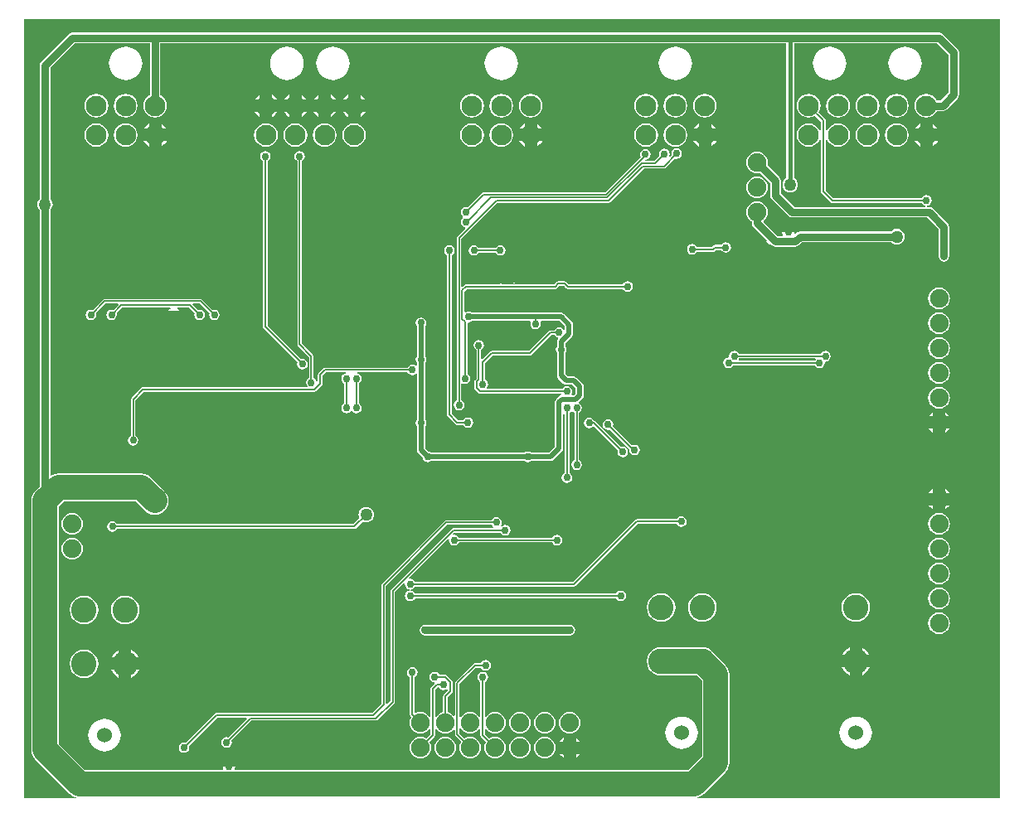
<source format=gbl>
G04*
G04 #@! TF.GenerationSoftware,Altium Limited,CircuitStudio,1.5.2 (30)*
G04*
G04 Layer_Physical_Order=2*
G04 Layer_Color=10079232*
%FSLAX25Y25*%
%MOIN*%
G70*
G01*
G75*
%ADD30C,0.00600*%
%ADD31C,0.00800*%
%ADD32C,0.03000*%
%ADD34C,0.01800*%
%ADD37C,0.02000*%
%ADD41C,0.07480*%
%ADD42C,0.10236*%
%ADD43C,0.06000*%
%ADD44C,0.08268*%
%ADD45C,0.03000*%
%ADD46C,0.05000*%
%ADD47C,0.09843*%
G36*
X492913Y179528D02*
X371353D01*
X371320Y180028D01*
X371520Y180054D01*
X372863Y180610D01*
X374017Y181495D01*
X382678Y190157D01*
X383563Y191310D01*
X383726Y191703D01*
X384119Y192653D01*
X384309Y194095D01*
X384309Y194095D01*
Y229252D01*
X384309Y229252D01*
X384119Y230693D01*
X383726Y231643D01*
X383563Y232036D01*
X382678Y233190D01*
X378264Y237603D01*
X378262Y237608D01*
X377346Y238803D01*
X376151Y239719D01*
X374760Y240295D01*
X373268Y240492D01*
X371775Y240295D01*
X371770Y240293D01*
X358230D01*
X358225Y240295D01*
X356732Y240492D01*
X355240Y240295D01*
X353849Y239719D01*
X352654Y238803D01*
X351737Y237608D01*
X351161Y236217D01*
X350965Y234724D01*
X351161Y233232D01*
X351737Y231841D01*
X352654Y230646D01*
X353849Y229730D01*
X355240Y229153D01*
X356732Y228957D01*
X358225Y229153D01*
X358230Y229155D01*
X370961D01*
X373171Y226945D01*
Y196401D01*
X367772Y191002D01*
X185594D01*
X185358Y191443D01*
X185426Y191544D01*
X185620Y192520D01*
X185571Y192766D01*
Y192520D01*
X180571D01*
Y192766D01*
X180522Y192520D01*
X180716Y191544D01*
X180784Y191443D01*
X180548Y191002D01*
X125141D01*
X114624Y201519D01*
Y296906D01*
X116874Y299155D01*
X145331D01*
X149212Y295275D01*
X150365Y294390D01*
X151708Y293833D01*
X153150Y293644D01*
X154591Y293833D01*
X155934Y294390D01*
X157087Y295275D01*
X157972Y296428D01*
X158529Y297771D01*
X158719Y299213D01*
X158529Y300654D01*
X157972Y301997D01*
X157087Y303150D01*
X151576Y308662D01*
X150422Y309547D01*
X149079Y310104D01*
X147638Y310293D01*
X133786D01*
X133726Y310492D01*
X131125D01*
X131064Y310293D01*
X114567D01*
X114567Y310293D01*
X113126Y310104D01*
X112176Y309710D01*
X111783Y309547D01*
X111645Y309441D01*
X111196Y309663D01*
Y416239D01*
X111266Y416293D01*
X111763Y416941D01*
X112075Y417695D01*
X112182Y418504D01*
X112075Y419313D01*
X111763Y420067D01*
X111266Y420715D01*
X111196Y420768D01*
Y473523D01*
X120966Y483292D01*
X151190D01*
Y462426D01*
X150943Y462324D01*
X149954Y461565D01*
X149196Y460576D01*
X148719Y459425D01*
X148556Y458189D01*
X148719Y456953D01*
X149196Y455802D01*
X149954Y454813D01*
X150943Y454054D01*
X152095Y453577D01*
X153331Y453414D01*
X154567Y453577D01*
X155718Y454054D01*
X156707Y454813D01*
X157466Y455802D01*
X157943Y456953D01*
X158105Y458189D01*
X157943Y459425D01*
X157466Y460576D01*
X156707Y461565D01*
X155718Y462324D01*
X155472Y462426D01*
Y483292D01*
X407132D01*
Y429100D01*
X407098Y429086D01*
X406451Y428589D01*
X405954Y427941D01*
X405641Y427187D01*
X405535Y426378D01*
X405641Y425569D01*
X405954Y424815D01*
X406451Y424167D01*
X407098Y423670D01*
X407852Y423358D01*
X408661Y423251D01*
X409471Y423358D01*
X410225Y423670D01*
X410872Y424167D01*
X411369Y424815D01*
X411682Y425569D01*
X411788Y426378D01*
X411682Y427187D01*
X411369Y427941D01*
X410872Y428589D01*
X410225Y429086D01*
X410191Y429100D01*
Y483292D01*
X467617D01*
X472268Y478641D01*
Y463485D01*
X469113Y460330D01*
X467568D01*
X467466Y460576D01*
X466707Y461565D01*
X465718Y462324D01*
X464567Y462801D01*
X463331Y462964D01*
X462095Y462801D01*
X460943Y462324D01*
X459955Y461565D01*
X459196Y460576D01*
X458719Y459425D01*
X458556Y458189D01*
X458719Y456953D01*
X459196Y455802D01*
X459955Y454813D01*
X460943Y454054D01*
X462095Y453577D01*
X463331Y453414D01*
X464567Y453577D01*
X465718Y454054D01*
X466707Y454813D01*
X467466Y455802D01*
X467568Y456048D01*
X470000D01*
X470819Y456211D01*
X471514Y456675D01*
X475923Y461084D01*
X476388Y461779D01*
X476551Y462598D01*
Y479528D01*
X476388Y480347D01*
X475923Y481042D01*
X470018Y486947D01*
X469323Y487411D01*
X468504Y487574D01*
X120079D01*
X119259Y487411D01*
X118565Y486947D01*
X107541Y475923D01*
X107077Y475229D01*
X106914Y474409D01*
Y420768D01*
X106844Y420715D01*
X106347Y420067D01*
X106035Y419313D01*
X105928Y418504D01*
X106035Y417695D01*
X106347Y416941D01*
X106844Y416293D01*
X106914Y416239D01*
Y304947D01*
X105117Y303150D01*
X104232Y301997D01*
X103676Y300654D01*
X103486Y299213D01*
Y199213D01*
X103676Y197771D01*
X104232Y196428D01*
X105117Y195275D01*
X118897Y181495D01*
X120050Y180610D01*
X120444Y180447D01*
X121393Y180054D01*
X121593Y180028D01*
X121561Y179528D01*
X100787D01*
Y492913D01*
X492913D01*
Y179528D01*
D02*
G37*
%LPC*%
G36*
X471004Y304057D02*
Y302500D01*
X472560D01*
X471885Y303381D01*
X471004Y304057D01*
D02*
G37*
G36*
X466004Y304057D02*
X465123Y303381D01*
X464447Y302500D01*
X466004D01*
Y304057D01*
D02*
G37*
G36*
Y297500D02*
X464447D01*
X465123Y296619D01*
X466004Y295943D01*
Y297500D01*
D02*
G37*
G36*
X327953Y332719D02*
X327133Y332556D01*
X326439Y332092D01*
X325975Y331397D01*
X325812Y330578D01*
X325975Y329759D01*
X326439Y329064D01*
X327133Y328600D01*
X327953Y328437D01*
X328772Y328600D01*
X329467Y329064D01*
X329838Y329100D01*
X339337Y319601D01*
X339197Y318898D01*
X339360Y318078D01*
X339825Y317384D01*
X340519Y316919D01*
X341339Y316757D01*
X342158Y316919D01*
X342853Y317384D01*
X343317Y318078D01*
X343480Y318898D01*
X343317Y319717D01*
X342853Y320412D01*
X342158Y320876D01*
X341339Y321039D01*
X340635Y320899D01*
X330307Y331227D01*
X330009Y331426D01*
X329897Y331448D01*
X329467Y332092D01*
X328772Y332556D01*
X327953Y332719D01*
D02*
G37*
G36*
X466004Y328209D02*
X464447D01*
X465123Y327328D01*
X466004Y326652D01*
Y328209D01*
D02*
G37*
G36*
X472561D02*
X471004D01*
Y326652D01*
X471885Y327328D01*
X472561Y328209D01*
D02*
G37*
G36*
X335433Y332062D02*
X334614Y331899D01*
X333919Y331435D01*
X333455Y330741D01*
X333292Y329921D01*
X333455Y329102D01*
X333919Y328407D01*
X334614Y327943D01*
X335433Y327780D01*
X336137Y327920D01*
X343997Y320060D01*
X343922Y319685D01*
X344085Y318866D01*
X344549Y318171D01*
X345244Y317707D01*
X346063Y317544D01*
X346882Y317707D01*
X347577Y318171D01*
X348041Y318866D01*
X348204Y319685D01*
X348041Y320504D01*
X347577Y321199D01*
X346882Y321663D01*
X346063Y321826D01*
X345244Y321663D01*
X345091Y321561D01*
X337434Y329218D01*
X337574Y329921D01*
X337411Y330741D01*
X336947Y331435D01*
X336252Y331899D01*
X335433Y332062D01*
D02*
G37*
G36*
X472561Y297500D02*
X471004D01*
Y295943D01*
X471885Y296619D01*
X472561Y297500D01*
D02*
G37*
G36*
X468504Y284378D02*
X467371Y284228D01*
X466315Y283791D01*
X465409Y283095D01*
X464713Y282189D01*
X464276Y281133D01*
X464126Y280000D01*
X464276Y278867D01*
X464713Y277811D01*
X465409Y276905D01*
X466315Y276209D01*
X467371Y275772D01*
X468504Y275622D01*
X469637Y275772D01*
X470693Y276209D01*
X471599Y276905D01*
X472295Y277811D01*
X472732Y278867D01*
X472882Y280000D01*
X472732Y281133D01*
X472295Y282189D01*
X471599Y283095D01*
X470693Y283791D01*
X469637Y284228D01*
X468504Y284378D01*
D02*
G37*
G36*
X120000D02*
X118867Y284228D01*
X117811Y283791D01*
X116905Y283095D01*
X116209Y282189D01*
X115772Y281133D01*
X115622Y280000D01*
X115772Y278867D01*
X116209Y277811D01*
X116905Y276905D01*
X117811Y276209D01*
X118867Y275772D01*
X120000Y275622D01*
X121133Y275772D01*
X122189Y276209D01*
X123095Y276905D01*
X123791Y277811D01*
X124228Y278867D01*
X124378Y280000D01*
X124228Y281133D01*
X123791Y282189D01*
X123095Y283095D01*
X122189Y283791D01*
X121133Y284228D01*
X120000Y284378D01*
D02*
G37*
G36*
X468504Y274378D02*
X467371Y274228D01*
X466315Y273791D01*
X465409Y273095D01*
X464713Y272189D01*
X464276Y271133D01*
X464126Y270000D01*
X464276Y268867D01*
X464713Y267811D01*
X465409Y266905D01*
X466315Y266209D01*
X467371Y265772D01*
X468504Y265622D01*
X469637Y265772D01*
X470693Y266209D01*
X471599Y266905D01*
X472295Y267811D01*
X472732Y268867D01*
X472882Y270000D01*
X472732Y271133D01*
X472295Y272189D01*
X471599Y273095D01*
X470693Y273791D01*
X469637Y274228D01*
X468504Y274378D01*
D02*
G37*
G36*
X364961Y293086D02*
X364141Y292923D01*
X363447Y292459D01*
X363048Y291863D01*
X346850D01*
X346499Y291793D01*
X346201Y291594D01*
X321273Y266666D01*
X257818D01*
X257419Y267262D01*
X256725Y267726D01*
X255906Y267889D01*
X255675Y267843D01*
X255429Y268304D01*
X271066Y283942D01*
X271527Y283695D01*
X271481Y283465D01*
X271644Y282645D01*
X272108Y281951D01*
X272803Y281486D01*
X273622Y281323D01*
X274441Y281486D01*
X275136Y281951D01*
X275535Y282547D01*
X313048D01*
X313447Y281951D01*
X314141Y281486D01*
X314961Y281323D01*
X315780Y281486D01*
X316475Y281951D01*
X316939Y282645D01*
X317102Y283465D01*
X316939Y284284D01*
X316475Y284979D01*
X315780Y285443D01*
X314961Y285606D01*
X314141Y285443D01*
X313447Y284979D01*
X313048Y284382D01*
X275535D01*
X275136Y284979D01*
X274441Y285443D01*
X273622Y285606D01*
X273391Y285560D01*
X273145Y286021D01*
X273608Y286484D01*
X292182D01*
X292581Y285888D01*
X293275Y285423D01*
X294094Y285260D01*
X294914Y285423D01*
X295608Y285888D01*
X296073Y286582D01*
X296236Y287402D01*
X296073Y288221D01*
X295608Y288916D01*
X294914Y289380D01*
X294094Y289543D01*
X293275Y289380D01*
X292816Y289073D01*
X292799Y289062D01*
X292581Y288916D01*
X292224Y289164D01*
X292174Y289199D01*
X292341Y289450D01*
X292529Y289732D01*
X292692Y290551D01*
X292529Y291371D01*
X292065Y292065D01*
X291371Y292529D01*
X290551Y292692D01*
X289732Y292529D01*
X289037Y292065D01*
X288639Y291469D01*
X270472D01*
X270121Y291399D01*
X269824Y291200D01*
X244551Y265927D01*
X244352Y265630D01*
X244282Y265279D01*
Y217703D01*
X240508Y213929D01*
X177972D01*
X177620Y213859D01*
X177323Y213660D01*
X165664Y202001D01*
X164961Y202141D01*
X164141Y201978D01*
X163447Y201514D01*
X162982Y200819D01*
X162820Y200000D01*
X162982Y199181D01*
X163447Y198486D01*
X164141Y198022D01*
X164961Y197859D01*
X165780Y198022D01*
X166475Y198486D01*
X166939Y199181D01*
X167102Y200000D01*
X166962Y200704D01*
X178352Y212093D01*
X190064D01*
X190255Y211631D01*
X182790Y204167D01*
X182087Y204307D01*
X181267Y204144D01*
X180573Y203679D01*
X180108Y202985D01*
X179946Y202165D01*
X180108Y201346D01*
X180573Y200651D01*
X181267Y200187D01*
X182087Y200024D01*
X182906Y200187D01*
X183601Y200651D01*
X184065Y201346D01*
X184228Y202165D01*
X184088Y202869D01*
X192112Y210893D01*
X242126D01*
X242477Y210963D01*
X242775Y211162D01*
X249468Y217855D01*
X249667Y218153D01*
X249678Y218211D01*
X249736Y218504D01*
Y262612D01*
X253349Y266225D01*
X253810Y265979D01*
X253764Y265748D01*
X253927Y264929D01*
X254392Y264234D01*
X255086Y263770D01*
X255588Y263670D01*
Y263670D01*
X255684Y263386D01*
X255588Y263102D01*
X255588D01*
X255588D01*
X255086Y263002D01*
X254392Y262538D01*
X253927Y261843D01*
X253764Y261024D01*
X253927Y260204D01*
X254392Y259510D01*
X255086Y259046D01*
X255906Y258882D01*
X256725Y259046D01*
X257419Y259510D01*
X257818Y260106D01*
X338639D01*
X339037Y259510D01*
X339732Y259046D01*
X340551Y258882D01*
X341371Y259046D01*
X342065Y259510D01*
X342529Y260204D01*
X342692Y261024D01*
X342529Y261843D01*
X342065Y262538D01*
X341371Y263002D01*
X340551Y263165D01*
X339732Y263002D01*
X339037Y262538D01*
X338639Y261941D01*
X257818D01*
X257419Y262538D01*
X256725Y263002D01*
X256223Y263102D01*
X256223D01*
X256076Y263131D01*
Y263134D01*
Y263151D01*
Y263181D01*
Y263232D01*
X256223Y263670D01*
X256223D01*
X256223D01*
X256725Y263770D01*
X257419Y264234D01*
X257818Y264830D01*
X321654D01*
X322005Y264900D01*
X322302Y265099D01*
X347231Y290027D01*
X363048D01*
X363447Y289431D01*
X364141Y288967D01*
X364961Y288804D01*
X365780Y288967D01*
X366475Y289431D01*
X366939Y290125D01*
X367102Y290945D01*
X366939Y291764D01*
X366475Y292459D01*
X365780Y292923D01*
X364961Y293086D01*
D02*
G37*
G36*
X238189Y296828D02*
X237380Y296721D01*
X236626Y296409D01*
X235978Y295912D01*
X235481Y295264D01*
X235169Y294510D01*
X235062Y293701D01*
X235169Y292892D01*
X235394Y292348D01*
X233042Y289996D01*
X138065D01*
X137734Y290490D01*
X137040Y290954D01*
X136221Y291118D01*
X135401Y290954D01*
X134706Y290490D01*
X134242Y289796D01*
X134079Y288976D01*
X134242Y288157D01*
X134706Y287462D01*
X135401Y286998D01*
X136221Y286835D01*
X137040Y286998D01*
X137734Y287462D01*
X138065Y287957D01*
X233465D01*
X233855Y288034D01*
X234186Y288255D01*
X236836Y290906D01*
X237380Y290681D01*
X238189Y290574D01*
X238998Y290681D01*
X239752Y290993D01*
X240400Y291490D01*
X240897Y292137D01*
X241209Y292892D01*
X241316Y293701D01*
X241209Y294510D01*
X240897Y295264D01*
X240400Y295912D01*
X239752Y296409D01*
X238998Y296721D01*
X238189Y296828D01*
D02*
G37*
G36*
X468504Y294378D02*
X467371Y294228D01*
X466315Y293791D01*
X465409Y293095D01*
X464713Y292189D01*
X464276Y291133D01*
X464126Y290000D01*
X464276Y288867D01*
X464713Y287811D01*
X465409Y286905D01*
X466315Y286209D01*
X467371Y285772D01*
X468504Y285622D01*
X469637Y285772D01*
X470693Y286209D01*
X471599Y286905D01*
X472295Y287811D01*
X472732Y288867D01*
X472882Y290000D01*
X472732Y291133D01*
X472295Y292189D01*
X471599Y293095D01*
X470693Y293791D01*
X469637Y294228D01*
X468504Y294378D01*
D02*
G37*
G36*
X120000D02*
X118867Y294228D01*
X117811Y293791D01*
X116905Y293095D01*
X116209Y292189D01*
X115772Y291133D01*
X115622Y290000D01*
X115772Y288867D01*
X116209Y287811D01*
X116905Y286905D01*
X117811Y286209D01*
X118867Y285772D01*
X120000Y285622D01*
X121133Y285772D01*
X122189Y286209D01*
X123095Y286905D01*
X123791Y287811D01*
X124228Y288867D01*
X124378Y290000D01*
X124228Y291133D01*
X123791Y292189D01*
X123095Y293095D01*
X122189Y293791D01*
X121133Y294228D01*
X120000Y294378D01*
D02*
G37*
G36*
X271654Y402141D02*
X270834Y401978D01*
X270140Y401514D01*
X269675Y400819D01*
X269512Y400000D01*
X269675Y399181D01*
X270140Y398486D01*
X270736Y398088D01*
Y333858D01*
X270806Y333507D01*
X271005Y333209D01*
X274154Y330060D01*
X274452Y329861D01*
X274803Y329791D01*
X277221D01*
X277620Y329195D01*
X278314Y328731D01*
X279134Y328568D01*
X279953Y328731D01*
X280648Y329195D01*
X281112Y329889D01*
X281275Y330709D01*
X281112Y331528D01*
X280648Y332223D01*
X279953Y332687D01*
X279134Y332850D01*
X278314Y332687D01*
X277620Y332223D01*
X277221Y331626D01*
X275183D01*
X272571Y334238D01*
Y398088D01*
X273167Y398486D01*
X273632Y399181D01*
X273795Y400000D01*
X273632Y400819D01*
X273167Y401514D01*
X272473Y401978D01*
X271654Y402141D01*
D02*
G37*
G36*
X292126D02*
X291307Y401978D01*
X290612Y401514D01*
X290213Y400918D01*
X283409D01*
X283010Y401514D01*
X282315Y401978D01*
X281496Y402141D01*
X280677Y401978D01*
X279982Y401514D01*
X279518Y400819D01*
X279355Y400000D01*
X279518Y399181D01*
X279982Y398486D01*
X280677Y398022D01*
X281496Y397859D01*
X282315Y398022D01*
X283010Y398486D01*
X283409Y399082D01*
X290213D01*
X290612Y398486D01*
X291307Y398022D01*
X292126Y397859D01*
X292945Y398022D01*
X293640Y398486D01*
X294104Y399181D01*
X294267Y400000D01*
X294104Y400819D01*
X293640Y401514D01*
X292945Y401978D01*
X292126Y402141D01*
D02*
G37*
G36*
X468504Y385086D02*
X467371Y384937D01*
X466315Y384500D01*
X465409Y383804D01*
X464713Y382897D01*
X464276Y381842D01*
X464126Y380709D01*
X464276Y379576D01*
X464713Y378520D01*
X465409Y377613D01*
X466315Y376918D01*
X467371Y376480D01*
X468504Y376331D01*
X469637Y376480D01*
X470693Y376918D01*
X471599Y377613D01*
X472295Y378520D01*
X472732Y379576D01*
X472882Y380709D01*
X472732Y381842D01*
X472295Y382897D01*
X471599Y383804D01*
X470693Y384500D01*
X469637Y384937D01*
X468504Y385086D01*
D02*
G37*
G36*
X171653Y380445D02*
X133071D01*
X132720Y380375D01*
X132422Y380176D01*
X128263Y376017D01*
X127559Y376157D01*
X126740Y375994D01*
X126045Y375530D01*
X125581Y374835D01*
X125418Y374016D01*
X125581Y373196D01*
X126045Y372502D01*
X126740Y372038D01*
X127559Y371875D01*
X128378Y372038D01*
X129073Y372502D01*
X129537Y373196D01*
X129700Y374016D01*
X129560Y374719D01*
X133451Y378610D01*
X138416D01*
X138623Y378110D01*
X136534Y376021D01*
X135831Y376161D01*
X135011Y375998D01*
X134317Y375534D01*
X133853Y374839D01*
X133690Y374020D01*
X133853Y373200D01*
X134317Y372506D01*
X135011Y372042D01*
X135831Y371879D01*
X136650Y372042D01*
X137345Y372506D01*
X137809Y373200D01*
X137972Y374020D01*
X137832Y374723D01*
X140144Y377035D01*
X159432D01*
X159532Y376535D01*
X159162Y376382D01*
X158436Y375825D01*
X163418D01*
X162692Y376382D01*
X162323Y376535D01*
X162422Y377035D01*
X166943D01*
X169259Y374719D01*
X169119Y374016D01*
X169282Y373196D01*
X169746Y372502D01*
X170440Y372038D01*
X171260Y371875D01*
X172079Y372038D01*
X172774Y372502D01*
X173238Y373196D01*
X173401Y374016D01*
X173238Y374835D01*
X172774Y375530D01*
X172079Y375994D01*
X171260Y376157D01*
X170556Y376017D01*
X168463Y378110D01*
X168670Y378610D01*
X171274D01*
X175164Y374719D01*
X175024Y374016D01*
X175187Y373196D01*
X175651Y372502D01*
X176346Y372038D01*
X177165Y371875D01*
X177985Y372038D01*
X178679Y372502D01*
X179144Y373196D01*
X179306Y374016D01*
X179144Y374835D01*
X178679Y375530D01*
X177985Y375994D01*
X177165Y376157D01*
X176462Y376017D01*
X172302Y380176D01*
X172005Y380375D01*
X171653Y380445D01*
D02*
G37*
G36*
X382677Y403322D02*
X381858Y403159D01*
X381163Y402695D01*
X380833Y402201D01*
X378346D01*
X377956Y402123D01*
X377625Y401902D01*
X377137Y401413D01*
X371136D01*
X370805Y401908D01*
X370111Y402372D01*
X369291Y402535D01*
X368472Y402372D01*
X367777Y401908D01*
X367313Y401213D01*
X367150Y400394D01*
X367313Y399574D01*
X367777Y398880D01*
X368472Y398415D01*
X369291Y398253D01*
X370111Y398415D01*
X370805Y398880D01*
X371136Y399374D01*
X377559D01*
X377949Y399452D01*
X378280Y399673D01*
X378769Y400162D01*
X380833D01*
X381163Y399667D01*
X381858Y399203D01*
X382677Y399040D01*
X383496Y399203D01*
X384191Y399667D01*
X384655Y400362D01*
X384818Y401181D01*
X384655Y402001D01*
X384191Y402695D01*
X383496Y403159D01*
X382677Y403322D01*
D02*
G37*
G36*
X362992Y441117D02*
X362173Y440954D01*
X361478Y440490D01*
X361014Y439796D01*
X360851Y438976D01*
X360991Y438273D01*
X360297Y437579D01*
X359909Y437898D01*
X359990Y438019D01*
X360153Y438839D01*
X359990Y439658D01*
X359526Y440353D01*
X358831Y440817D01*
X358012Y440980D01*
X357192Y440817D01*
X356498Y440353D01*
X356034Y439658D01*
X355871Y438839D01*
X356011Y438135D01*
X353833Y435957D01*
X350521D01*
X350471Y436457D01*
X351213Y436604D01*
X351908Y437069D01*
X352372Y437763D01*
X352535Y438583D01*
X352372Y439402D01*
X351908Y440097D01*
X351213Y440561D01*
X350394Y440724D01*
X349574Y440561D01*
X348880Y440097D01*
X348415Y439402D01*
X348253Y438583D01*
X348415Y437763D01*
X348518Y437611D01*
X334266Y423359D01*
X285433D01*
X285082Y423289D01*
X284784Y423090D01*
X279050Y417355D01*
X278346Y417495D01*
X277527Y417333D01*
X276833Y416868D01*
X276368Y416174D01*
X276205Y415354D01*
X276368Y414535D01*
X276833Y413840D01*
X277138Y413636D01*
Y413136D01*
X276833Y412931D01*
X276368Y412237D01*
X276205Y411417D01*
X276368Y410598D01*
X276833Y409903D01*
X277527Y409439D01*
X277844Y409376D01*
X278008Y408834D01*
X274904Y405729D01*
X274705Y405432D01*
X274635Y405080D01*
Y339683D01*
X274077Y339309D01*
X273612Y338615D01*
X273449Y337795D01*
X273612Y336976D01*
X274077Y336281D01*
X274771Y335817D01*
X275590Y335654D01*
X276410Y335817D01*
X277105Y336281D01*
X277569Y336976D01*
X277732Y337795D01*
X277569Y338615D01*
X277105Y339309D01*
X276470Y339733D01*
Y346360D01*
X276911Y346595D01*
X277133Y346447D01*
X277953Y346284D01*
X278772Y346447D01*
X279467Y346911D01*
X279931Y347606D01*
X280094Y348425D01*
X279931Y349245D01*
X279467Y349939D01*
X278870Y350338D01*
Y370805D01*
X279257Y371122D01*
X279431Y371087D01*
X280250Y371250D01*
X280769Y371597D01*
X303969D01*
X304282Y371097D01*
X304158Y370472D01*
X304321Y369653D01*
X304785Y368958D01*
X305480Y368494D01*
X306299Y368331D01*
X307119Y368494D01*
X307813Y368958D01*
X308277Y369653D01*
X308440Y370472D01*
X308316Y371097D01*
X308629Y371597D01*
X315860D01*
X318054Y369403D01*
Y368158D01*
X317554Y368007D01*
X317262Y368443D01*
X316567Y368907D01*
X315748Y369070D01*
X314929Y368907D01*
X314234Y368443D01*
X313836Y367847D01*
X312205D01*
X311854Y367777D01*
X311556Y367578D01*
X303557Y359579D01*
X288583D01*
X288231Y359509D01*
X287934Y359310D01*
X284882Y356259D01*
X284382Y356466D01*
Y359898D01*
X284979Y360297D01*
X285443Y360992D01*
X285606Y361811D01*
X285443Y362630D01*
X284979Y363325D01*
X284284Y363789D01*
X283465Y363952D01*
X282645Y363789D01*
X281951Y363325D01*
X281486Y362630D01*
X281323Y361811D01*
X281486Y360992D01*
X281951Y360297D01*
X282547Y359898D01*
Y348412D01*
X281991Y347855D01*
X281792Y347557D01*
X281722Y347206D01*
Y344526D01*
X281792Y344175D01*
X281991Y343877D01*
X283209Y342658D01*
X283507Y342459D01*
X283565Y342448D01*
X283858Y342389D01*
X316562D01*
X316679Y342307D01*
X316705Y342254D01*
X316423Y341688D01*
X316305Y341665D01*
X315776Y341311D01*
X314595Y340130D01*
X314241Y339601D01*
X314117Y338976D01*
Y321148D01*
X311529Y318561D01*
X304488D01*
X303969Y318907D01*
X303150Y319070D01*
X302330Y318907D01*
X301811Y318561D01*
X264331D01*
X263811Y318907D01*
X263199Y319029D01*
X261868Y320361D01*
Y329240D01*
X262214Y329759D01*
X262377Y330578D01*
X262214Y331397D01*
X261868Y331916D01*
Y354840D01*
X262214Y355359D01*
X262377Y356178D01*
X262214Y356997D01*
X261868Y357516D01*
Y369528D01*
X262214Y370047D01*
X262377Y370866D01*
X262214Y371686D01*
X261750Y372380D01*
X261056Y372844D01*
X260236Y373007D01*
X259417Y372844D01*
X258722Y372380D01*
X258258Y371686D01*
X258095Y370866D01*
X258258Y370047D01*
X258605Y369528D01*
Y357516D01*
X258258Y356997D01*
X258095Y356178D01*
X258258Y355359D01*
X258605Y354840D01*
Y353717D01*
X258105Y353550D01*
X257511Y353947D01*
X256692Y354110D01*
X255872Y353947D01*
X255178Y353483D01*
X254753Y352848D01*
X221615D01*
X221264Y352778D01*
X220966Y352579D01*
X219036Y350649D01*
X218837Y350351D01*
X218767Y350000D01*
Y347270D01*
X218714Y347243D01*
X218150Y347518D01*
X218120Y347670D01*
X217656Y348364D01*
X217059Y348763D01*
Y357480D01*
X217001Y357773D01*
X216989Y357832D01*
X216791Y358129D01*
X212335Y362585D01*
Y435883D01*
X212931Y436281D01*
X213396Y436976D01*
X213559Y437795D01*
X213396Y438615D01*
X212931Y439309D01*
X212237Y439773D01*
X211417Y439936D01*
X210598Y439773D01*
X209903Y439309D01*
X209439Y438615D01*
X209276Y437795D01*
X209439Y436976D01*
X209903Y436281D01*
X210500Y435883D01*
Y362205D01*
X210570Y361854D01*
X210769Y361556D01*
X215224Y357100D01*
Y354458D01*
X214805Y354416D01*
X214757Y354412D01*
X214732Y354409D01*
X214725Y354409D01*
X214665Y354704D01*
X214663Y354717D01*
X214663Y354717D01*
X214577Y355150D01*
X214112Y355845D01*
X213418Y356309D01*
X212598Y356472D01*
X211895Y356332D01*
X198555Y369672D01*
Y435883D01*
X199152Y436281D01*
X199616Y436976D01*
X199779Y437795D01*
X199616Y438615D01*
X199152Y439309D01*
X198457Y439773D01*
X197638Y439936D01*
X196818Y439773D01*
X196124Y439309D01*
X195660Y438615D01*
X195497Y437795D01*
X195660Y436976D01*
X196124Y436281D01*
X196720Y435883D01*
Y369291D01*
X196790Y368940D01*
X196989Y368642D01*
X210597Y355034D01*
X210457Y354331D01*
X210620Y353511D01*
X211084Y352817D01*
X211779Y352353D01*
X212598Y352190D01*
X213418Y352353D01*
X214112Y352817D01*
X214577Y353511D01*
X214663Y353944D01*
X214663Y353944D01*
X214665Y353957D01*
X214725Y354253D01*
X214732Y354252D01*
X214757Y354250D01*
X214805Y354245D01*
X215224Y354204D01*
Y348763D01*
X214628Y348364D01*
X214164Y347670D01*
X214001Y346850D01*
X214164Y346031D01*
X214510Y345512D01*
X214282Y345012D01*
X148425D01*
X148132Y344954D01*
X148074Y344942D01*
X147776Y344743D01*
X143839Y340806D01*
X143640Y340509D01*
X143571Y340158D01*
Y325535D01*
X142974Y325136D01*
X142510Y324441D01*
X142347Y323622D01*
X142510Y322803D01*
X142974Y322108D01*
X143669Y321644D01*
X144488Y321481D01*
X145308Y321644D01*
X146002Y322108D01*
X146466Y322803D01*
X146629Y323622D01*
X146466Y324441D01*
X146002Y325136D01*
X145406Y325535D01*
Y339777D01*
X148805Y343177D01*
X217323D01*
X217674Y343247D01*
X217972Y343446D01*
X220334Y345808D01*
X220533Y346106D01*
X220603Y346457D01*
Y349620D01*
X221995Y351012D01*
X229994D01*
X230044Y350512D01*
X229496Y350403D01*
X228801Y349939D01*
X228337Y349245D01*
X228174Y348425D01*
X228337Y347606D01*
X228801Y346911D01*
X229397Y346513D01*
Y338527D01*
X228801Y338128D01*
X228337Y337434D01*
X228174Y336614D01*
X228337Y335795D01*
X228801Y335100D01*
X229496Y334636D01*
X230315Y334473D01*
X231134Y334636D01*
X231829Y335100D01*
X232033Y335406D01*
X232534D01*
X232738Y335100D01*
X233433Y334636D01*
X234252Y334473D01*
X235071Y334636D01*
X235766Y335100D01*
X236230Y335795D01*
X236393Y336614D01*
X236230Y337434D01*
X235766Y338128D01*
X235170Y338527D01*
Y346513D01*
X235766Y346911D01*
X236230Y347606D01*
X236393Y348425D01*
X236230Y349245D01*
X235766Y349939D01*
X235071Y350403D01*
X234523Y350512D01*
X234573Y351012D01*
X254805D01*
X255178Y350454D01*
X255872Y349990D01*
X256692Y349827D01*
X257511Y349990D01*
X258105Y350387D01*
X258605Y350220D01*
Y331916D01*
X258258Y331397D01*
X258095Y330578D01*
X258258Y329759D01*
X258605Y329240D01*
Y319685D01*
X258729Y319061D01*
X259083Y318531D01*
X260892Y316722D01*
X261014Y316110D01*
X261478Y315415D01*
X262173Y314951D01*
X262992Y314788D01*
X263811Y314951D01*
X264331Y315298D01*
X301811D01*
X302330Y314951D01*
X303150Y314788D01*
X303969Y314951D01*
X304488Y315298D01*
X312205D01*
X312829Y315422D01*
X313358Y315776D01*
X316902Y319319D01*
X317255Y319848D01*
X317379Y320472D01*
Y334033D01*
X317879Y334316D01*
X317980Y334256D01*
Y310574D01*
X317384Y310175D01*
X316919Y309481D01*
X316757Y308661D01*
X316919Y307842D01*
X317384Y307147D01*
X318078Y306683D01*
X318898Y306520D01*
X319717Y306683D01*
X320412Y307147D01*
X320876Y307842D01*
X321039Y308661D01*
X320876Y309481D01*
X320412Y310175D01*
X319815Y310574D01*
Y334702D01*
X320412Y335100D01*
X320616Y335406D01*
X321116D01*
X321321Y335100D01*
X321917Y334702D01*
Y315692D01*
X321321Y315294D01*
X320856Y314599D01*
X320693Y313779D01*
X320856Y312960D01*
X321321Y312265D01*
X322015Y311801D01*
X322835Y311638D01*
X323654Y311801D01*
X324349Y312265D01*
X324813Y312960D01*
X324976Y313779D01*
X324813Y314599D01*
X324349Y315294D01*
X323752Y315692D01*
Y334702D01*
X324349Y335100D01*
X324813Y335795D01*
X324976Y336614D01*
X324813Y337434D01*
X324349Y338128D01*
X323766Y338517D01*
X323693Y338725D01*
X323673Y338895D01*
X323686Y339096D01*
X325169Y340579D01*
X325523Y341108D01*
X325647Y341732D01*
Y345276D01*
X325523Y345900D01*
X325169Y346429D01*
X322807Y348791D01*
X322278Y349145D01*
X321654Y349269D01*
X319180D01*
X318167Y350282D01*
Y358840D01*
X318514Y359359D01*
X318677Y360178D01*
X318514Y360997D01*
X318167Y361516D01*
Y362657D01*
X320839Y365329D01*
X321192Y365858D01*
X321316Y366482D01*
Y370079D01*
X321192Y370703D01*
X320839Y371232D01*
X317689Y374382D01*
X317160Y374735D01*
X316535Y374860D01*
X280769D01*
X280250Y375206D01*
X279431Y375370D01*
X278611Y375206D01*
X278208Y374937D01*
X277708Y375204D01*
Y383497D01*
X278727Y384515D01*
X313923D01*
X313923Y384515D01*
X314173D01*
X314525Y384585D01*
X314822Y384784D01*
X315772Y385734D01*
X317692D01*
X318643Y384783D01*
X318941Y384584D01*
X319292Y384514D01*
X319296Y384515D01*
X319694D01*
X319694Y384515D01*
X341395D01*
X341793Y383919D01*
X342488Y383455D01*
X343307Y383292D01*
X344127Y383455D01*
X344821Y383919D01*
X345285Y384614D01*
X345448Y385433D01*
X345285Y386252D01*
X344821Y386947D01*
X344127Y387411D01*
X343307Y387574D01*
X342488Y387411D01*
X341793Y386947D01*
X341395Y386351D01*
X319671D01*
X318721Y387301D01*
X318424Y387500D01*
X318072Y387570D01*
X315392D01*
X315099Y387511D01*
X315041Y387500D01*
X314743Y387301D01*
X313793Y386351D01*
X297836D01*
X297792Y386800D01*
X297789Y386830D01*
X297787Y386847D01*
X297787Y386851D01*
X297884Y386870D01*
X297392D01*
X297489Y386851D01*
X297489Y386847D01*
X297487Y386830D01*
X297484Y386800D01*
X297440Y386351D01*
X292809D01*
X292657Y386851D01*
X292314Y386621D01*
X291586Y386476D01*
X289906D01*
X289868Y386351D01*
X280998D01*
X280960Y386476D01*
X278157D01*
X278124Y386306D01*
X277995Y386281D01*
X277698Y386082D01*
X276932Y385317D01*
X276470Y385508D01*
Y404700D01*
X290894Y419123D01*
X335640D01*
X335991Y419193D01*
X336289Y419392D01*
X349818Y432922D01*
X357855D01*
X358206Y432992D01*
X358504Y433190D01*
X362289Y436975D01*
X362992Y436835D01*
X363811Y436998D01*
X364506Y437462D01*
X364970Y438157D01*
X365133Y438976D01*
X364970Y439796D01*
X364506Y440490D01*
X363811Y440954D01*
X362992Y441117D01*
D02*
G37*
G36*
X395331Y429756D02*
X394198Y429606D01*
X393142Y429169D01*
X392235Y428473D01*
X391540Y427567D01*
X391102Y426511D01*
X390953Y425378D01*
X391102Y424245D01*
X391540Y423189D01*
X392235Y422283D01*
X393142Y421587D01*
X394198Y421149D01*
X395331Y421000D01*
X396464Y421149D01*
X397519Y421587D01*
X398426Y422283D01*
X399122Y423189D01*
X399559Y424245D01*
X399708Y425378D01*
X399559Y426511D01*
X399122Y427567D01*
X398426Y428473D01*
X397519Y429169D01*
X396464Y429606D01*
X395331Y429756D01*
D02*
G37*
G36*
Y419756D02*
X394198Y419606D01*
X393142Y419169D01*
X392235Y418473D01*
X391540Y417567D01*
X391102Y416511D01*
X390953Y415378D01*
X391102Y414245D01*
X391540Y413189D01*
X392235Y412283D01*
X393142Y411587D01*
X393190Y411567D01*
Y410968D01*
X393353Y410149D01*
X393817Y409454D01*
X399192Y404079D01*
X398874Y403691D01*
X399637Y403181D01*
X400147Y402417D01*
X400535Y402736D01*
X401242Y402029D01*
X401936Y401565D01*
X402756Y401402D01*
X410630D01*
X411449Y401565D01*
X412144Y402029D01*
X413485Y403371D01*
X449310D01*
X449364Y403301D01*
X450011Y402804D01*
X450766Y402492D01*
X451575Y402385D01*
X452384Y402492D01*
X453138Y402804D01*
X453786Y403301D01*
X454283Y403948D01*
X454595Y404703D01*
X454702Y405512D01*
X454595Y406321D01*
X454283Y407075D01*
X453786Y407723D01*
X453138Y408220D01*
X452384Y408532D01*
X451575Y408639D01*
X450766Y408532D01*
X450011Y408220D01*
X449364Y407723D01*
X449310Y407653D01*
X412598D01*
X411779Y407490D01*
X411084Y407026D01*
X410782Y406724D01*
X410322Y406970D01*
X410423Y407480D01*
X410374Y407726D01*
Y407480D01*
X405374D01*
Y407726D01*
X405325Y407480D01*
X405519Y406505D01*
X405773Y406125D01*
X405537Y405685D01*
X403643D01*
X397913Y411415D01*
X397945Y411914D01*
X398426Y412283D01*
X399122Y413189D01*
X399559Y414245D01*
X399708Y415378D01*
X399559Y416511D01*
X399122Y417567D01*
X398426Y418473D01*
X397519Y419169D01*
X396464Y419606D01*
X395331Y419756D01*
D02*
G37*
G36*
X468504Y375086D02*
X467371Y374937D01*
X466315Y374500D01*
X465409Y373804D01*
X464713Y372898D01*
X464276Y371842D01*
X464126Y370709D01*
X464276Y369576D01*
X464713Y368520D01*
X465409Y367613D01*
X466315Y366917D01*
X467371Y366480D01*
X468504Y366331D01*
X469637Y366480D01*
X470693Y366917D01*
X471599Y367613D01*
X472295Y368520D01*
X472732Y369576D01*
X472882Y370709D01*
X472732Y371842D01*
X472295Y372898D01*
X471599Y373804D01*
X470693Y374500D01*
X469637Y374937D01*
X468504Y375086D01*
D02*
G37*
G36*
X471004Y334765D02*
Y333209D01*
X472560D01*
X471885Y334089D01*
X471004Y334765D01*
D02*
G37*
G36*
X466004Y334765D02*
X465123Y334089D01*
X464447Y333209D01*
X466004D01*
Y334765D01*
D02*
G37*
G36*
X129709Y451153D02*
X128473Y450990D01*
X127321Y450513D01*
X126332Y449754D01*
X125574Y448765D01*
X125097Y447614D01*
X124934Y446378D01*
X125097Y445142D01*
X125574Y443991D01*
X126332Y443002D01*
X127321Y442243D01*
X128473Y441766D01*
X129709Y441603D01*
X130945Y441766D01*
X132096Y442243D01*
X133085Y443002D01*
X133844Y443991D01*
X134321Y445142D01*
X134483Y446378D01*
X134321Y447614D01*
X133844Y448765D01*
X133085Y449754D01*
X132096Y450513D01*
X130945Y450990D01*
X129709Y451153D01*
D02*
G37*
G36*
X468504Y345086D02*
X467371Y344937D01*
X466315Y344500D01*
X465409Y343804D01*
X464713Y342898D01*
X464276Y341842D01*
X464126Y340709D01*
X464276Y339576D01*
X464713Y338520D01*
X465409Y337613D01*
X466315Y336917D01*
X467371Y336480D01*
X468504Y336331D01*
X469637Y336480D01*
X470693Y336917D01*
X471599Y337613D01*
X472295Y338520D01*
X472732Y339576D01*
X472882Y340709D01*
X472732Y341842D01*
X472295Y342898D01*
X471599Y343804D01*
X470693Y344500D01*
X469637Y344937D01*
X468504Y345086D01*
D02*
G37*
G36*
X422835Y359622D02*
X422015Y359458D01*
X421321Y358994D01*
X420922Y358398D01*
X388133D01*
X387735Y358994D01*
X387040Y359458D01*
X386221Y359622D01*
X385401Y359458D01*
X384706Y358994D01*
X384242Y358300D01*
X384079Y357480D01*
X384118Y357284D01*
X383698Y356833D01*
X383038Y356702D01*
X382344Y356238D01*
X381879Y355543D01*
X381716Y354724D01*
X381879Y353904D01*
X382344Y353210D01*
X383038Y352746D01*
X383857Y352583D01*
X384677Y352746D01*
X385371Y353210D01*
X385770Y353806D01*
X418559D01*
X418958Y353210D01*
X419652Y352746D01*
X420472Y352583D01*
X421291Y352746D01*
X421986Y353210D01*
X422450Y353904D01*
X422613Y354724D01*
X422574Y354920D01*
X422994Y355371D01*
X423654Y355502D01*
X424349Y355966D01*
X424813Y356661D01*
X424976Y357480D01*
X424813Y358300D01*
X424349Y358994D01*
X423654Y359458D01*
X422835Y359622D01*
D02*
G37*
G36*
X468504Y365086D02*
X467371Y364937D01*
X466315Y364500D01*
X465409Y363804D01*
X464713Y362897D01*
X464276Y361842D01*
X464126Y360709D01*
X464276Y359576D01*
X464713Y358520D01*
X465409Y357613D01*
X466315Y356918D01*
X467371Y356480D01*
X468504Y356331D01*
X469637Y356480D01*
X470693Y356918D01*
X471599Y357613D01*
X472295Y358520D01*
X472732Y359576D01*
X472882Y360709D01*
X472732Y361842D01*
X472295Y362897D01*
X471599Y363804D01*
X470693Y364500D01*
X469637Y364937D01*
X468504Y365086D01*
D02*
G37*
G36*
Y355086D02*
X467371Y354937D01*
X466315Y354500D01*
X465409Y353804D01*
X464713Y352898D01*
X464276Y351842D01*
X464126Y350709D01*
X464276Y349576D01*
X464713Y348520D01*
X465409Y347613D01*
X466315Y346918D01*
X467371Y346480D01*
X468504Y346331D01*
X469637Y346480D01*
X470693Y346918D01*
X471599Y347613D01*
X472295Y348520D01*
X472732Y349576D01*
X472882Y350709D01*
X472732Y351842D01*
X472295Y352898D01*
X471599Y353804D01*
X470693Y354500D01*
X469637Y354937D01*
X468504Y355086D01*
D02*
G37*
G36*
X300000Y214378D02*
X298867Y214228D01*
X297811Y213791D01*
X296905Y213095D01*
X296209Y212189D01*
X295772Y211133D01*
X295622Y210000D01*
X295772Y208867D01*
X296209Y207811D01*
X296905Y206905D01*
X297811Y206209D01*
X298867Y205772D01*
X300000Y205622D01*
X301133Y205772D01*
X302189Y206209D01*
X303095Y206905D01*
X303791Y207811D01*
X304228Y208867D01*
X304378Y210000D01*
X304228Y211133D01*
X303791Y212189D01*
X303095Y213095D01*
X302189Y213791D01*
X301133Y214228D01*
X300000Y214378D01*
D02*
G37*
G36*
X322500Y204057D02*
Y202500D01*
X324057D01*
X323381Y203381D01*
X322500Y204057D01*
D02*
G37*
G36*
X317500D02*
X316619Y203381D01*
X315944Y202500D01*
X317500D01*
Y204057D01*
D02*
G37*
G36*
X310000Y214378D02*
X308867Y214228D01*
X307811Y213791D01*
X306905Y213095D01*
X306209Y212189D01*
X305772Y211133D01*
X305622Y210000D01*
X305772Y208867D01*
X306209Y207811D01*
X306905Y206905D01*
X307811Y206209D01*
X308867Y205772D01*
X310000Y205622D01*
X311133Y205772D01*
X312189Y206209D01*
X313095Y206905D01*
X313791Y207811D01*
X314228Y208867D01*
X314378Y210000D01*
X314228Y211133D01*
X313791Y212189D01*
X313095Y213095D01*
X312189Y213791D01*
X311133Y214228D01*
X310000Y214378D01*
D02*
G37*
G36*
X124732Y239508D02*
X123240Y239311D01*
X121849Y238735D01*
X120654Y237818D01*
X119738Y236624D01*
X119161Y235233D01*
X118965Y233740D01*
X119161Y232247D01*
X119738Y230856D01*
X120654Y229662D01*
X121849Y228745D01*
X123240Y228169D01*
X124732Y227973D01*
X126225Y228169D01*
X127616Y228745D01*
X128811Y229662D01*
X129727Y230856D01*
X130303Y232247D01*
X130500Y233740D01*
X130303Y235233D01*
X129727Y236624D01*
X128811Y237818D01*
X127616Y238735D01*
X126225Y239311D01*
X124732Y239508D01*
D02*
G37*
G36*
X286221Y235212D02*
X285401Y235049D01*
X284706Y234585D01*
X284308Y233988D01*
X281890D01*
X281597Y233930D01*
X281539Y233919D01*
X281241Y233720D01*
X274154Y226633D01*
X273955Y226335D01*
X273885Y225984D01*
Y212887D01*
X273386Y212717D01*
X273095Y213095D01*
X272189Y213791D01*
X271133Y214228D01*
X270918Y214257D01*
Y220171D01*
X272696Y221950D01*
X272895Y222247D01*
X272907Y222305D01*
X272965Y222598D01*
Y226378D01*
X272907Y226671D01*
X272895Y226729D01*
X272696Y227027D01*
X270728Y228995D01*
X270430Y229194D01*
X270079Y229264D01*
X267660D01*
X267262Y229860D01*
X266567Y230325D01*
X265748Y230488D01*
X264929Y230325D01*
X264234Y229860D01*
X263770Y229166D01*
X263607Y228346D01*
X263770Y227527D01*
X264234Y226833D01*
X264929Y226368D01*
X265592Y226236D01*
X265627Y226189D01*
X265768Y225781D01*
X265771Y225730D01*
X264312Y224271D01*
X264113Y223973D01*
X264043Y223622D01*
Y212682D01*
X263543Y212512D01*
X263095Y213095D01*
X262189Y213791D01*
X261133Y214228D01*
X260000Y214378D01*
X258867Y214228D01*
X258111Y213915D01*
X257611Y214244D01*
Y228402D01*
X258207Y228801D01*
X258671Y229496D01*
X258834Y230315D01*
X258671Y231134D01*
X258207Y231829D01*
X257512Y232293D01*
X256693Y232456D01*
X255873Y232293D01*
X255179Y231829D01*
X254715Y231134D01*
X254552Y230315D01*
X254715Y229496D01*
X255179Y228801D01*
X255775Y228402D01*
Y213307D01*
X255845Y212956D01*
X256044Y212658D01*
X256341Y212361D01*
X256209Y212189D01*
X255772Y211133D01*
X255622Y210000D01*
X255772Y208867D01*
X256209Y207811D01*
X256905Y206905D01*
X257811Y206209D01*
X258867Y205772D01*
X260000Y205622D01*
X261133Y205772D01*
X262189Y206209D01*
X263095Y206905D01*
X263543Y207488D01*
X264043Y207318D01*
Y205341D01*
X262361Y203659D01*
X262189Y203791D01*
X261133Y204228D01*
X260000Y204378D01*
X258867Y204228D01*
X257811Y203791D01*
X256905Y203095D01*
X256209Y202189D01*
X255772Y201133D01*
X255622Y200000D01*
X255772Y198867D01*
X256209Y197811D01*
X256905Y196905D01*
X257811Y196209D01*
X258867Y195772D01*
X260000Y195622D01*
X261133Y195772D01*
X262189Y196209D01*
X263095Y196905D01*
X263791Y197811D01*
X264228Y198867D01*
X264378Y200000D01*
X264228Y201133D01*
X263791Y202189D01*
X263659Y202361D01*
X265610Y204312D01*
X265808Y204609D01*
X265878Y204961D01*
Y207421D01*
X266378Y207591D01*
X266905Y206905D01*
X267811Y206209D01*
X268867Y205772D01*
X270000Y205622D01*
X271133Y205772D01*
X272189Y206209D01*
X273095Y206905D01*
X273386Y207283D01*
X273885Y207113D01*
Y205197D01*
X273955Y204846D01*
X274154Y204548D01*
X276341Y202361D01*
X276209Y202189D01*
X275772Y201133D01*
X275622Y200000D01*
X275772Y198867D01*
X276209Y197811D01*
X276905Y196905D01*
X277811Y196209D01*
X278867Y195772D01*
X280000Y195622D01*
X281133Y195772D01*
X282189Y196209D01*
X283095Y196905D01*
X283791Y197811D01*
X284228Y198867D01*
X284378Y200000D01*
X284228Y201133D01*
X283791Y202189D01*
X283095Y203095D01*
X282189Y203791D01*
X281133Y204228D01*
X280000Y204378D01*
X278867Y204228D01*
X277811Y203791D01*
X277639Y203659D01*
X275721Y205577D01*
Y207683D01*
X276170Y207801D01*
X276221Y207796D01*
X276905Y206905D01*
X277811Y206209D01*
X278867Y205772D01*
X280000Y205622D01*
X281133Y205772D01*
X282189Y206209D01*
X283095Y206905D01*
X283622Y207591D01*
X284122Y207421D01*
Y204961D01*
X284192Y204609D01*
X284390Y204312D01*
X286341Y202361D01*
X286209Y202189D01*
X285772Y201133D01*
X285622Y200000D01*
X285772Y198867D01*
X286209Y197811D01*
X286905Y196905D01*
X287811Y196209D01*
X288867Y195772D01*
X290000Y195622D01*
X291133Y195772D01*
X292189Y196209D01*
X293095Y196905D01*
X293791Y197811D01*
X294228Y198867D01*
X294378Y200000D01*
X294228Y201133D01*
X293791Y202189D01*
X293095Y203095D01*
X292189Y203791D01*
X291133Y204228D01*
X290000Y204378D01*
X288867Y204228D01*
X287811Y203791D01*
X287639Y203659D01*
X285957Y205341D01*
Y207318D01*
X286457Y207488D01*
X286905Y206905D01*
X287811Y206209D01*
X288867Y205772D01*
X290000Y205622D01*
X291133Y205772D01*
X292189Y206209D01*
X293095Y206905D01*
X293791Y207811D01*
X294228Y208867D01*
X294378Y210000D01*
X294228Y211133D01*
X293791Y212189D01*
X293095Y213095D01*
X292189Y213791D01*
X291133Y214228D01*
X290000Y214378D01*
X288867Y214228D01*
X287811Y213791D01*
X286905Y213095D01*
X286457Y212512D01*
X285957Y212682D01*
Y226434D01*
X286553Y226833D01*
X287017Y227527D01*
X287180Y228346D01*
X287017Y229166D01*
X286553Y229860D01*
X285859Y230325D01*
X285039Y230488D01*
X284220Y230325D01*
X283525Y229860D01*
X283061Y229166D01*
X282898Y228346D01*
X283061Y227527D01*
X283525Y226833D01*
X284122Y226434D01*
Y212579D01*
X283622Y212409D01*
X283095Y213095D01*
X282189Y213791D01*
X281133Y214228D01*
X280000Y214378D01*
X278867Y214228D01*
X277811Y213791D01*
X276905Y213095D01*
X276221Y212204D01*
X276170Y212199D01*
X275721Y212317D01*
Y225604D01*
X282270Y232153D01*
X284308D01*
X284706Y231557D01*
X285401Y231093D01*
X286221Y230930D01*
X287040Y231093D01*
X287735Y231557D01*
X288199Y232252D01*
X288362Y233071D01*
X288199Y233890D01*
X287735Y234585D01*
X287040Y235049D01*
X286221Y235212D01*
D02*
G37*
G36*
X320000Y214378D02*
X318867Y214228D01*
X317811Y213791D01*
X316905Y213095D01*
X316209Y212189D01*
X315772Y211133D01*
X315622Y210000D01*
X315772Y208867D01*
X316209Y207811D01*
X316905Y206905D01*
X317811Y206209D01*
X318867Y205772D01*
X320000Y205622D01*
X321133Y205772D01*
X322189Y206209D01*
X323095Y206905D01*
X323791Y207811D01*
X324228Y208867D01*
X324378Y210000D01*
X324228Y211133D01*
X323791Y212189D01*
X323095Y213095D01*
X322189Y213791D01*
X321133Y214228D01*
X320000Y214378D01*
D02*
G37*
G36*
X435000Y212521D02*
X433725Y212396D01*
X432498Y212024D01*
X431368Y211420D01*
X430378Y210607D01*
X429565Y209616D01*
X428961Y208486D01*
X428589Y207259D01*
X428463Y205984D01*
X428589Y204709D01*
X428961Y203483D01*
X429565Y202352D01*
X430378Y201362D01*
X431368Y200549D01*
X432498Y199945D01*
X433725Y199573D01*
X435000Y199447D01*
X436275Y199573D01*
X437502Y199945D01*
X438632Y200549D01*
X439622Y201362D01*
X440435Y202352D01*
X441039Y203483D01*
X441411Y204709D01*
X441537Y205984D01*
X441411Y207259D01*
X441039Y208486D01*
X440435Y209616D01*
X439622Y210607D01*
X438632Y211420D01*
X437502Y212024D01*
X436275Y212396D01*
X435000Y212521D01*
D02*
G37*
G36*
X310000Y204378D02*
X308867Y204228D01*
X307811Y203791D01*
X306905Y203095D01*
X306209Y202189D01*
X305772Y201133D01*
X305622Y200000D01*
X305772Y198867D01*
X306209Y197811D01*
X306905Y196905D01*
X307811Y196209D01*
X308867Y195772D01*
X310000Y195622D01*
X311133Y195772D01*
X312189Y196209D01*
X313095Y196905D01*
X313791Y197811D01*
X314228Y198867D01*
X314378Y200000D01*
X314228Y201133D01*
X313791Y202189D01*
X313095Y203095D01*
X312189Y203791D01*
X311133Y204228D01*
X310000Y204378D01*
D02*
G37*
G36*
X300000D02*
X298867Y204228D01*
X297811Y203791D01*
X296905Y203095D01*
X296209Y202189D01*
X295772Y201133D01*
X295622Y200000D01*
X295772Y198867D01*
X296209Y197811D01*
X296905Y196905D01*
X297811Y196209D01*
X298867Y195772D01*
X300000Y195622D01*
X301133Y195772D01*
X302189Y196209D01*
X303095Y196905D01*
X303791Y197811D01*
X304228Y198867D01*
X304378Y200000D01*
X304228Y201133D01*
X303791Y202189D01*
X303095Y203095D01*
X302189Y203791D01*
X301133Y204228D01*
X300000Y204378D01*
D02*
G37*
G36*
X270000D02*
X268867Y204228D01*
X267811Y203791D01*
X266905Y203095D01*
X266209Y202189D01*
X265772Y201133D01*
X265622Y200000D01*
X265772Y198867D01*
X266209Y197811D01*
X266905Y196905D01*
X267811Y196209D01*
X268867Y195772D01*
X270000Y195622D01*
X271133Y195772D01*
X272189Y196209D01*
X273095Y196905D01*
X273791Y197811D01*
X274228Y198867D01*
X274378Y200000D01*
X274228Y201133D01*
X273791Y202189D01*
X273095Y203095D01*
X272189Y203791D01*
X271133Y204228D01*
X270000Y204378D01*
D02*
G37*
G36*
X317500Y197500D02*
X315944D01*
X316619Y196619D01*
X317500Y195943D01*
Y197500D01*
D02*
G37*
G36*
X365000Y212521D02*
X363725Y212396D01*
X362498Y212024D01*
X361368Y211420D01*
X360378Y210607D01*
X359565Y209616D01*
X358961Y208486D01*
X358589Y207259D01*
X358463Y205984D01*
X358589Y204709D01*
X358961Y203483D01*
X359565Y202352D01*
X360378Y201362D01*
X361368Y200549D01*
X362498Y199945D01*
X363725Y199573D01*
X365000Y199447D01*
X366275Y199573D01*
X367502Y199945D01*
X368632Y200549D01*
X369622Y201362D01*
X370435Y202352D01*
X371039Y203483D01*
X371411Y204709D01*
X371537Y205984D01*
X371411Y207259D01*
X371039Y208486D01*
X370435Y209616D01*
X369622Y210607D01*
X368632Y211420D01*
X367502Y212024D01*
X366275Y212396D01*
X365000Y212521D01*
D02*
G37*
G36*
X133000Y211537D02*
X131725Y211411D01*
X130498Y211039D01*
X129368Y210435D01*
X128378Y209622D01*
X127565Y208632D01*
X126961Y207502D01*
X126589Y206275D01*
X126463Y205000D01*
X126589Y203725D01*
X126961Y202498D01*
X127565Y201368D01*
X128378Y200378D01*
X129368Y199565D01*
X130498Y198961D01*
X131725Y198589D01*
X133000Y198463D01*
X134275Y198589D01*
X135502Y198961D01*
X136632Y199565D01*
X137622Y200378D01*
X138435Y201368D01*
X139039Y202498D01*
X139411Y203725D01*
X139537Y205000D01*
X139411Y206275D01*
X139039Y207502D01*
X138435Y208632D01*
X137622Y209622D01*
X136632Y210435D01*
X135502Y211039D01*
X134275Y211411D01*
X133000Y211537D01*
D02*
G37*
G36*
X324057Y197500D02*
X322500D01*
Y195943D01*
X323381Y196619D01*
X324057Y197500D01*
D02*
G37*
G36*
X138768Y231240D02*
X135667D01*
X136156Y230325D01*
X136921Y229393D01*
X137852Y228628D01*
X138768Y228139D01*
Y231240D01*
D02*
G37*
G36*
X141268Y261161D02*
X139775Y260965D01*
X138384Y260388D01*
X137189Y259472D01*
X136273Y258277D01*
X135697Y256886D01*
X135500Y255394D01*
X135697Y253901D01*
X136273Y252510D01*
X137189Y251315D01*
X138384Y250399D01*
X139775Y249823D01*
X141268Y249626D01*
X142760Y249823D01*
X144151Y250399D01*
X145346Y251315D01*
X146263Y252510D01*
X146839Y253901D01*
X147035Y255394D01*
X146839Y256886D01*
X146263Y258277D01*
X145346Y259472D01*
X144151Y260388D01*
X142760Y260965D01*
X141268Y261161D01*
D02*
G37*
G36*
X124732D02*
X123240Y260965D01*
X121849Y260388D01*
X120654Y259472D01*
X119738Y258277D01*
X119161Y256886D01*
X118965Y255394D01*
X119161Y253901D01*
X119738Y252510D01*
X120654Y251315D01*
X121849Y250399D01*
X123240Y249823D01*
X124732Y249626D01*
X126225Y249823D01*
X127616Y250399D01*
X128811Y251315D01*
X129727Y252510D01*
X130303Y253901D01*
X130500Y255394D01*
X130303Y256886D01*
X129727Y258277D01*
X128811Y259472D01*
X127616Y260388D01*
X126225Y260965D01*
X124732Y261161D01*
D02*
G37*
G36*
X468504Y254378D02*
X467371Y254228D01*
X466315Y253791D01*
X465409Y253095D01*
X464713Y252189D01*
X464276Y251133D01*
X464126Y250000D01*
X464276Y248867D01*
X464713Y247811D01*
X465409Y246905D01*
X466315Y246209D01*
X467371Y245772D01*
X468504Y245622D01*
X469637Y245772D01*
X470693Y246209D01*
X471599Y246905D01*
X472295Y247811D01*
X472732Y248867D01*
X472882Y250000D01*
X472732Y251133D01*
X472295Y252189D01*
X471599Y253095D01*
X470693Y253791D01*
X469637Y254228D01*
X468504Y254378D01*
D02*
G37*
G36*
X356732Y262145D02*
X355240Y261949D01*
X353849Y261373D01*
X352654Y260456D01*
X351737Y259262D01*
X351161Y257871D01*
X350965Y256378D01*
X351161Y254885D01*
X351737Y253494D01*
X352654Y252300D01*
X353849Y251383D01*
X355240Y250807D01*
X356732Y250610D01*
X358225Y250807D01*
X359616Y251383D01*
X360810Y252300D01*
X361727Y253494D01*
X362303Y254885D01*
X362500Y256378D01*
X362303Y257871D01*
X361727Y259262D01*
X360810Y260456D01*
X359616Y261373D01*
X358225Y261949D01*
X356732Y262145D01*
D02*
G37*
G36*
X468504Y264378D02*
X467371Y264228D01*
X466315Y263791D01*
X465409Y263095D01*
X464713Y262189D01*
X464276Y261133D01*
X464126Y260000D01*
X464276Y258867D01*
X464713Y257811D01*
X465409Y256905D01*
X466315Y256209D01*
X467371Y255772D01*
X468504Y255622D01*
X469637Y255772D01*
X470693Y256209D01*
X471599Y256905D01*
X472295Y257811D01*
X472732Y258867D01*
X472882Y260000D01*
X472732Y261133D01*
X472295Y262189D01*
X471599Y263095D01*
X470693Y263791D01*
X469637Y264228D01*
X468504Y264378D01*
D02*
G37*
G36*
X435000Y262145D02*
X433507Y261949D01*
X432116Y261373D01*
X430922Y260456D01*
X430005Y259262D01*
X429429Y257871D01*
X429233Y256378D01*
X429429Y254885D01*
X430005Y253494D01*
X430922Y252300D01*
X432116Y251383D01*
X433507Y250807D01*
X435000Y250610D01*
X436493Y250807D01*
X437884Y251383D01*
X439078Y252300D01*
X439995Y253494D01*
X440571Y254885D01*
X440767Y256378D01*
X440571Y257871D01*
X439995Y259262D01*
X439078Y260456D01*
X437884Y261373D01*
X436493Y261949D01*
X435000Y262145D01*
D02*
G37*
G36*
X373268D02*
X371775Y261949D01*
X370384Y261373D01*
X369190Y260456D01*
X368273Y259262D01*
X367697Y257871D01*
X367500Y256378D01*
X367697Y254885D01*
X368273Y253494D01*
X369190Y252300D01*
X370384Y251383D01*
X371775Y250807D01*
X373268Y250610D01*
X374760Y250807D01*
X376151Y251383D01*
X377346Y252300D01*
X378262Y253494D01*
X378839Y254885D01*
X379035Y256378D01*
X378839Y257871D01*
X378262Y259262D01*
X377346Y260456D01*
X376151Y261373D01*
X374760Y261949D01*
X373268Y262145D01*
D02*
G37*
G36*
X320079Y249385D02*
X261811D01*
X260992Y249222D01*
X260297Y248758D01*
X259833Y248063D01*
X259670Y247244D01*
X259833Y246425D01*
X260297Y245730D01*
X260992Y245266D01*
X261811Y245103D01*
X320079D01*
X320898Y245266D01*
X321593Y245730D01*
X322057Y246425D01*
X322220Y247244D01*
X322057Y248063D01*
X321593Y248758D01*
X320898Y249222D01*
X320079Y249385D01*
D02*
G37*
G36*
X440601Y232224D02*
X437500D01*
Y229123D01*
X438415Y229613D01*
X439347Y230377D01*
X440112Y231309D01*
X440601Y232224D01*
D02*
G37*
G36*
X432500D02*
X429399D01*
X429888Y231309D01*
X430653Y230377D01*
X431585Y229613D01*
X432500Y229123D01*
Y232224D01*
D02*
G37*
G36*
X146869Y231240D02*
X143768D01*
Y228139D01*
X144683Y228628D01*
X145615Y229393D01*
X146379Y230325D01*
X146869Y231240D01*
D02*
G37*
G36*
X138768Y239341D02*
X137852Y238852D01*
X136921Y238087D01*
X136156Y237156D01*
X135667Y236240D01*
X138768D01*
Y239341D01*
D02*
G37*
G36*
X437500Y240325D02*
Y237224D01*
X440601D01*
X440112Y238140D01*
X439347Y239071D01*
X438415Y239836D01*
X437500Y240325D01*
D02*
G37*
G36*
X432500D02*
X431585Y239836D01*
X430653Y239071D01*
X429888Y238140D01*
X429399Y237224D01*
X432500D01*
Y240325D01*
D02*
G37*
G36*
X143768Y239341D02*
Y236240D01*
X146869D01*
X146379Y237156D01*
X145615Y238087D01*
X144683Y238852D01*
X143768Y239341D01*
D02*
G37*
G36*
X226041Y455689D02*
X224020D01*
Y453668D01*
X224109Y453705D01*
X225181Y454528D01*
X226004Y455600D01*
X226041Y455689D01*
D02*
G37*
G36*
X195398D02*
X193376D01*
X193413Y455600D01*
X194236Y454528D01*
X195309Y453705D01*
X195398Y453668D01*
Y455689D01*
D02*
G37*
G36*
X451520Y462964D02*
X450284Y462801D01*
X449132Y462324D01*
X448143Y461565D01*
X447385Y460576D01*
X446908Y459425D01*
X446745Y458189D01*
X446908Y456953D01*
X447385Y455802D01*
X448143Y454813D01*
X449132Y454054D01*
X450284Y453577D01*
X451520Y453414D01*
X452755Y453577D01*
X453907Y454054D01*
X454896Y454813D01*
X455655Y455802D01*
X456132Y456953D01*
X456294Y458189D01*
X456132Y459425D01*
X455655Y460576D01*
X454896Y461565D01*
X453907Y462324D01*
X452755Y462801D01*
X451520Y462964D01*
D02*
G37*
G36*
X230831Y455689D02*
X228809D01*
X228846Y455600D01*
X229669Y454528D01*
X230742Y453705D01*
X230831Y453668D01*
Y455689D01*
D02*
G37*
G36*
X214230D02*
X212209D01*
Y453668D01*
X212298Y453705D01*
X213370Y454528D01*
X214193Y455600D01*
X214230Y455689D01*
D02*
G37*
G36*
X219020D02*
X216998D01*
X217035Y455600D01*
X217858Y454528D01*
X218931Y453705D01*
X219020Y453668D01*
Y455689D01*
D02*
G37*
G36*
X207209D02*
X205187D01*
X205224Y455600D01*
X206047Y454528D01*
X207120Y453705D01*
X207209Y453668D01*
Y455689D01*
D02*
G37*
G36*
X202419D02*
X200398D01*
Y453668D01*
X200487Y453705D01*
X201559Y454528D01*
X202382Y455600D01*
X202419Y455689D01*
D02*
G37*
G36*
X304331Y462964D02*
X303095Y462801D01*
X301943Y462324D01*
X300955Y461565D01*
X300196Y460576D01*
X299719Y459425D01*
X299556Y458189D01*
X299719Y456953D01*
X300196Y455802D01*
X300955Y454813D01*
X301943Y454054D01*
X303095Y453577D01*
X304331Y453414D01*
X305567Y453577D01*
X306718Y454054D01*
X307707Y454813D01*
X308466Y455802D01*
X308943Y456953D01*
X309105Y458189D01*
X308943Y459425D01*
X308466Y460576D01*
X307707Y461565D01*
X306718Y462324D01*
X305567Y462801D01*
X304331Y462964D01*
D02*
G37*
G36*
X350709D02*
X349473Y462801D01*
X348321Y462324D01*
X347332Y461565D01*
X346574Y460576D01*
X346097Y459425D01*
X345934Y458189D01*
X346097Y456953D01*
X346574Y455802D01*
X347332Y454813D01*
X348321Y454054D01*
X349473Y453577D01*
X350709Y453414D01*
X351944Y453577D01*
X353096Y454054D01*
X354085Y454813D01*
X354844Y455802D01*
X355321Y456953D01*
X355483Y458189D01*
X355321Y459425D01*
X354844Y460576D01*
X354085Y461565D01*
X353096Y462324D01*
X351944Y462801D01*
X350709Y462964D01*
D02*
G37*
G36*
X280709D02*
X279473Y462801D01*
X278321Y462324D01*
X277332Y461565D01*
X276574Y460576D01*
X276097Y459425D01*
X275934Y458189D01*
X276097Y456953D01*
X276574Y455802D01*
X277332Y454813D01*
X278321Y454054D01*
X279473Y453577D01*
X280709Y453414D01*
X281944Y453577D01*
X283096Y454054D01*
X284085Y454813D01*
X284844Y455802D01*
X285321Y456953D01*
X285483Y458189D01*
X285321Y459425D01*
X284844Y460576D01*
X284085Y461565D01*
X283096Y462324D01*
X281944Y462801D01*
X280709Y462964D01*
D02*
G37*
G36*
X292520D02*
X291284Y462801D01*
X290132Y462324D01*
X289143Y461565D01*
X288385Y460576D01*
X287908Y459425D01*
X287745Y458189D01*
X287908Y456953D01*
X288385Y455802D01*
X289143Y454813D01*
X290132Y454054D01*
X291284Y453577D01*
X292520Y453414D01*
X293756Y453577D01*
X294907Y454054D01*
X295896Y454813D01*
X296655Y455802D01*
X297132Y456953D01*
X297294Y458189D01*
X297132Y459425D01*
X296655Y460576D01*
X295896Y461565D01*
X294907Y462324D01*
X293756Y462801D01*
X292520Y462964D01*
D02*
G37*
G36*
X427898D02*
X426662Y462801D01*
X425510Y462324D01*
X424521Y461565D01*
X423763Y460576D01*
X423286Y459425D01*
X423123Y458189D01*
X423286Y456953D01*
X423763Y455802D01*
X424521Y454813D01*
X425510Y454054D01*
X426662Y453577D01*
X427898Y453414D01*
X429133Y453577D01*
X430285Y454054D01*
X431274Y454813D01*
X432033Y455802D01*
X432510Y456953D01*
X432672Y458189D01*
X432510Y459425D01*
X432033Y460576D01*
X431274Y461565D01*
X430285Y462324D01*
X429133Y462801D01*
X427898Y462964D01*
D02*
G37*
G36*
X439709D02*
X438473Y462801D01*
X437321Y462324D01*
X436332Y461565D01*
X435574Y460576D01*
X435097Y459425D01*
X434934Y458189D01*
X435097Y456953D01*
X435574Y455802D01*
X436332Y454813D01*
X437321Y454054D01*
X438473Y453577D01*
X439709Y453414D01*
X440944Y453577D01*
X442096Y454054D01*
X443085Y454813D01*
X443844Y455802D01*
X444321Y456953D01*
X444483Y458189D01*
X444321Y459425D01*
X443844Y460576D01*
X443085Y461565D01*
X442096Y462324D01*
X440944Y462801D01*
X439709Y462964D01*
D02*
G37*
G36*
X362520D02*
X361284Y462801D01*
X360132Y462324D01*
X359143Y461565D01*
X358385Y460576D01*
X357908Y459425D01*
X357745Y458189D01*
X357908Y456953D01*
X358385Y455802D01*
X359143Y454813D01*
X360132Y454054D01*
X361284Y453577D01*
X362520Y453414D01*
X363755Y453577D01*
X364907Y454054D01*
X365896Y454813D01*
X366655Y455802D01*
X367132Y456953D01*
X367294Y458189D01*
X367132Y459425D01*
X366655Y460576D01*
X365896Y461565D01*
X364907Y462324D01*
X363755Y462801D01*
X362520Y462964D01*
D02*
G37*
G36*
X374331D02*
X373095Y462801D01*
X371943Y462324D01*
X370954Y461565D01*
X370196Y460576D01*
X369719Y459425D01*
X369556Y458189D01*
X369719Y456953D01*
X370196Y455802D01*
X370954Y454813D01*
X371943Y454054D01*
X373095Y453577D01*
X374331Y453414D01*
X375567Y453577D01*
X376718Y454054D01*
X377707Y454813D01*
X378466Y455802D01*
X378943Y456953D01*
X379105Y458189D01*
X378943Y459425D01*
X378466Y460576D01*
X377707Y461565D01*
X376718Y462324D01*
X375567Y462801D01*
X374331Y462964D01*
D02*
G37*
G36*
X206323Y481932D02*
X205009Y481802D01*
X203746Y481419D01*
X202581Y480797D01*
X201561Y479959D01*
X200723Y478938D01*
X200101Y477774D01*
X199717Y476511D01*
X199588Y475197D01*
X199717Y473883D01*
X200101Y472620D01*
X200723Y471455D01*
X201561Y470435D01*
X202581Y469597D01*
X203746Y468975D01*
X205009Y468591D01*
X206323Y468462D01*
X207637Y468591D01*
X208900Y468975D01*
X210065Y469597D01*
X211085Y470435D01*
X211923Y471455D01*
X212545Y472620D01*
X212928Y473883D01*
X213058Y475197D01*
X212928Y476511D01*
X212545Y477774D01*
X211923Y478938D01*
X211085Y479959D01*
X210065Y480797D01*
X208900Y481419D01*
X207637Y481802D01*
X206323Y481932D01*
D02*
G37*
G36*
X224827D02*
X223513Y481802D01*
X222250Y481419D01*
X221085Y480797D01*
X220065Y479959D01*
X219227Y478938D01*
X218605Y477774D01*
X218221Y476511D01*
X218092Y475197D01*
X218221Y473883D01*
X218605Y472620D01*
X219227Y471455D01*
X220065Y470435D01*
X221085Y469597D01*
X222250Y468975D01*
X223513Y468591D01*
X224827Y468462D01*
X226141Y468591D01*
X227404Y468975D01*
X228568Y469597D01*
X229589Y470435D01*
X230427Y471455D01*
X231049Y472620D01*
X231432Y473883D01*
X231562Y475197D01*
X231432Y476511D01*
X231049Y477774D01*
X230427Y478938D01*
X229589Y479959D01*
X228568Y480797D01*
X227404Y481419D01*
X226141Y481802D01*
X224827Y481932D01*
D02*
G37*
G36*
X235831Y462710D02*
Y460689D01*
X237852D01*
X237815Y460778D01*
X236992Y461851D01*
X235920Y462673D01*
X235831Y462710D01*
D02*
G37*
G36*
X141520Y481932D02*
X140206Y481802D01*
X138942Y481419D01*
X137778Y480797D01*
X136758Y479959D01*
X135920Y478938D01*
X135298Y477774D01*
X134914Y476511D01*
X134785Y475197D01*
X134914Y473883D01*
X135298Y472620D01*
X135920Y471455D01*
X136758Y470435D01*
X137778Y469597D01*
X138942Y468975D01*
X140206Y468591D01*
X141520Y468462D01*
X142834Y468591D01*
X144097Y468975D01*
X145261Y469597D01*
X146282Y470435D01*
X147119Y471455D01*
X147742Y472620D01*
X148125Y473883D01*
X148255Y475197D01*
X148125Y476511D01*
X147742Y477774D01*
X147119Y478938D01*
X146282Y479959D01*
X145261Y480797D01*
X144097Y481419D01*
X142834Y481802D01*
X141520Y481932D01*
D02*
G37*
G36*
X424512D02*
X423198Y481802D01*
X421935Y481419D01*
X420770Y480797D01*
X419750Y479959D01*
X418912Y478938D01*
X418290Y477774D01*
X417906Y476511D01*
X417777Y475197D01*
X417906Y473883D01*
X418290Y472620D01*
X418912Y471455D01*
X419750Y470435D01*
X420770Y469597D01*
X421935Y468975D01*
X423198Y468591D01*
X424512Y468462D01*
X425826Y468591D01*
X427089Y468975D01*
X428254Y469597D01*
X429274Y470435D01*
X430112Y471455D01*
X430734Y472620D01*
X431117Y473883D01*
X431247Y475197D01*
X431117Y476511D01*
X430734Y477774D01*
X430112Y478938D01*
X429274Y479959D01*
X428254Y480797D01*
X427089Y481419D01*
X425826Y481802D01*
X424512Y481932D01*
D02*
G37*
G36*
X454827D02*
X453513Y481802D01*
X452249Y481419D01*
X451085Y480797D01*
X450065Y479959D01*
X449227Y478938D01*
X448605Y477774D01*
X448221Y476511D01*
X448092Y475197D01*
X448221Y473883D01*
X448605Y472620D01*
X449227Y471455D01*
X450065Y470435D01*
X451085Y469597D01*
X452249Y468975D01*
X453513Y468591D01*
X454827Y468462D01*
X456141Y468591D01*
X457404Y468975D01*
X458568Y469597D01*
X459589Y470435D01*
X460427Y471455D01*
X461049Y472620D01*
X461432Y473883D01*
X461562Y475197D01*
X461432Y476511D01*
X461049Y477774D01*
X460427Y478938D01*
X459589Y479959D01*
X458568Y480797D01*
X457404Y481419D01*
X456141Y481802D01*
X454827Y481932D01*
D02*
G37*
G36*
X292520D02*
X291206Y481802D01*
X289942Y481419D01*
X288778Y480797D01*
X287757Y479959D01*
X286920Y478938D01*
X286298Y477774D01*
X285914Y476511D01*
X285785Y475197D01*
X285914Y473883D01*
X286298Y472620D01*
X286920Y471455D01*
X287757Y470435D01*
X288778Y469597D01*
X289942Y468975D01*
X291206Y468591D01*
X292520Y468462D01*
X293834Y468591D01*
X295097Y468975D01*
X296261Y469597D01*
X297282Y470435D01*
X298119Y471455D01*
X298742Y472620D01*
X299125Y473883D01*
X299254Y475197D01*
X299125Y476511D01*
X298742Y477774D01*
X298119Y478938D01*
X297282Y479959D01*
X296261Y480797D01*
X295097Y481419D01*
X293834Y481802D01*
X292520Y481932D01*
D02*
G37*
G36*
X362520D02*
X361206Y481802D01*
X359942Y481419D01*
X358778Y480797D01*
X357757Y479959D01*
X356920Y478938D01*
X356298Y477774D01*
X355914Y476511D01*
X355785Y475197D01*
X355914Y473883D01*
X356298Y472620D01*
X356920Y471455D01*
X357757Y470435D01*
X358778Y469597D01*
X359942Y468975D01*
X361206Y468591D01*
X362520Y468462D01*
X363834Y468591D01*
X365097Y468975D01*
X366261Y469597D01*
X367282Y470435D01*
X368120Y471455D01*
X368742Y472620D01*
X369125Y473883D01*
X369254Y475197D01*
X369125Y476511D01*
X368742Y477774D01*
X368120Y478938D01*
X367282Y479959D01*
X366261Y480797D01*
X365097Y481419D01*
X363834Y481802D01*
X362520Y481932D01*
D02*
G37*
G36*
X195398Y462710D02*
X195309Y462673D01*
X194236Y461851D01*
X193413Y460778D01*
X193376Y460689D01*
X195398D01*
Y462710D01*
D02*
G37*
G36*
X207209D02*
X207120Y462673D01*
X206047Y461851D01*
X205224Y460778D01*
X205187Y460689D01*
X207209D01*
Y462710D01*
D02*
G37*
G36*
X237852Y455689D02*
X235831D01*
Y453668D01*
X235920Y453705D01*
X236992Y454528D01*
X237815Y455600D01*
X237852Y455689D01*
D02*
G37*
G36*
X230831Y462710D02*
X230742Y462673D01*
X229669Y461851D01*
X228846Y460778D01*
X228809Y460689D01*
X230831D01*
Y462710D01*
D02*
G37*
G36*
X200398Y462710D02*
Y460689D01*
X202419D01*
X202382Y460778D01*
X201559Y461851D01*
X200487Y462673D01*
X200398Y462710D01*
D02*
G37*
G36*
X212209D02*
Y460689D01*
X214230D01*
X214193Y460778D01*
X213370Y461851D01*
X212298Y462673D01*
X212209Y462710D01*
D02*
G37*
G36*
X219020Y462710D02*
X218931Y462673D01*
X217858Y461851D01*
X217035Y460778D01*
X216998Y460689D01*
X219020D01*
Y462710D01*
D02*
G37*
G36*
X224020Y462710D02*
Y460689D01*
X226041D01*
X226004Y460778D01*
X225181Y461851D01*
X224109Y462673D01*
X224020Y462710D01*
D02*
G37*
G36*
X451520Y451153D02*
X450284Y450990D01*
X449132Y450513D01*
X448143Y449754D01*
X447385Y448765D01*
X446908Y447614D01*
X446745Y446378D01*
X446908Y445142D01*
X447385Y443991D01*
X448143Y443002D01*
X449132Y442243D01*
X450284Y441766D01*
X451520Y441603D01*
X452755Y441766D01*
X453907Y442243D01*
X454896Y443002D01*
X455655Y443991D01*
X456132Y445142D01*
X456294Y446378D01*
X456132Y447614D01*
X455655Y448765D01*
X454896Y449754D01*
X453907Y450513D01*
X452755Y450990D01*
X451520Y451153D01*
D02*
G37*
G36*
X439709D02*
X438473Y450990D01*
X437321Y450513D01*
X436332Y449754D01*
X435574Y448765D01*
X435097Y447614D01*
X434934Y446378D01*
X435097Y445142D01*
X435574Y443991D01*
X436332Y443002D01*
X437321Y442243D01*
X438473Y441766D01*
X439709Y441603D01*
X440944Y441766D01*
X442096Y442243D01*
X443085Y443002D01*
X443844Y443991D01*
X444321Y445142D01*
X444483Y446378D01*
X444321Y447614D01*
X443844Y448765D01*
X443085Y449754D01*
X442096Y450513D01*
X440944Y450990D01*
X439709Y451153D01*
D02*
G37*
G36*
X362520D02*
X361284Y450990D01*
X360132Y450513D01*
X359143Y449754D01*
X358385Y448765D01*
X357908Y447614D01*
X357745Y446378D01*
X357908Y445142D01*
X358385Y443991D01*
X359143Y443002D01*
X360132Y442243D01*
X361284Y441766D01*
X362520Y441603D01*
X363755Y441766D01*
X364907Y442243D01*
X365896Y443002D01*
X366655Y443991D01*
X367132Y445142D01*
X367294Y446378D01*
X367132Y447614D01*
X366655Y448765D01*
X365896Y449754D01*
X364907Y450513D01*
X363755Y450990D01*
X362520Y451153D01*
D02*
G37*
G36*
X371831Y443878D02*
X369809D01*
X369846Y443789D01*
X370669Y442716D01*
X371742Y441893D01*
X371831Y441857D01*
Y443878D01*
D02*
G37*
G36*
X150831D02*
X148809D01*
X148846Y443789D01*
X149669Y442716D01*
X150742Y441893D01*
X150831Y441857D01*
Y443878D01*
D02*
G37*
G36*
X301831D02*
X299809D01*
X299846Y443789D01*
X300669Y442716D01*
X301742Y441893D01*
X301831Y441857D01*
Y443878D01*
D02*
G37*
G36*
X460831D02*
X458809D01*
X458846Y443789D01*
X459669Y442716D01*
X460742Y441893D01*
X460831Y441857D01*
Y443878D01*
D02*
G37*
G36*
X350709Y451153D02*
X349473Y450990D01*
X348321Y450513D01*
X347332Y449754D01*
X346574Y448765D01*
X346097Y447614D01*
X345934Y446378D01*
X346097Y445142D01*
X346574Y443991D01*
X347332Y443002D01*
X348321Y442243D01*
X349473Y441766D01*
X350709Y441603D01*
X351944Y441766D01*
X353096Y442243D01*
X354085Y443002D01*
X354844Y443991D01*
X355321Y445142D01*
X355483Y446378D01*
X355321Y447614D01*
X354844Y448765D01*
X354085Y449754D01*
X353096Y450513D01*
X351944Y450990D01*
X350709Y451153D01*
D02*
G37*
G36*
X209709D02*
X208473Y450990D01*
X207321Y450513D01*
X206332Y449754D01*
X205574Y448765D01*
X205097Y447614D01*
X204934Y446378D01*
X205097Y445142D01*
X205574Y443991D01*
X206332Y443002D01*
X207321Y442243D01*
X208473Y441766D01*
X209709Y441603D01*
X210945Y441766D01*
X212096Y442243D01*
X213085Y443002D01*
X213844Y443991D01*
X214321Y445142D01*
X214483Y446378D01*
X214321Y447614D01*
X213844Y448765D01*
X213085Y449754D01*
X212096Y450513D01*
X210945Y450990D01*
X209709Y451153D01*
D02*
G37*
G36*
X197898D02*
X196662Y450990D01*
X195510Y450513D01*
X194521Y449754D01*
X193763Y448765D01*
X193286Y447614D01*
X193123Y446378D01*
X193286Y445142D01*
X193763Y443991D01*
X194521Y443002D01*
X195510Y442243D01*
X196662Y441766D01*
X197898Y441603D01*
X199133Y441766D01*
X200285Y442243D01*
X201274Y443002D01*
X202033Y443991D01*
X202510Y445142D01*
X202672Y446378D01*
X202510Y447614D01*
X202033Y448765D01*
X201274Y449754D01*
X200285Y450513D01*
X199133Y450990D01*
X197898Y451153D01*
D02*
G37*
G36*
X141520D02*
X140284Y450990D01*
X139132Y450513D01*
X138144Y449754D01*
X137385Y448765D01*
X136908Y447614D01*
X136745Y446378D01*
X136908Y445142D01*
X137385Y443991D01*
X138144Y443002D01*
X139132Y442243D01*
X140284Y441766D01*
X141520Y441603D01*
X142755Y441766D01*
X143907Y442243D01*
X144896Y443002D01*
X145655Y443991D01*
X146132Y445142D01*
X146294Y446378D01*
X146132Y447614D01*
X145655Y448765D01*
X144896Y449754D01*
X143907Y450513D01*
X142755Y450990D01*
X141520Y451153D01*
D02*
G37*
G36*
X221520D02*
X220284Y450990D01*
X219132Y450513D01*
X218144Y449754D01*
X217385Y448765D01*
X216908Y447614D01*
X216745Y446378D01*
X216908Y445142D01*
X217385Y443991D01*
X218144Y443002D01*
X219132Y442243D01*
X220284Y441766D01*
X221520Y441603D01*
X222756Y441766D01*
X223907Y442243D01*
X224896Y443002D01*
X225655Y443991D01*
X226132Y445142D01*
X226294Y446378D01*
X226132Y447614D01*
X225655Y448765D01*
X224896Y449754D01*
X223907Y450513D01*
X222756Y450990D01*
X221520Y451153D01*
D02*
G37*
G36*
X292520D02*
X291284Y450990D01*
X290132Y450513D01*
X289143Y449754D01*
X288385Y448765D01*
X287908Y447614D01*
X287745Y446378D01*
X287908Y445142D01*
X288385Y443991D01*
X289143Y443002D01*
X290132Y442243D01*
X291284Y441766D01*
X292520Y441603D01*
X293756Y441766D01*
X294907Y442243D01*
X295896Y443002D01*
X296655Y443991D01*
X297132Y445142D01*
X297294Y446378D01*
X297132Y447614D01*
X296655Y448765D01*
X295896Y449754D01*
X294907Y450513D01*
X293756Y450990D01*
X292520Y451153D01*
D02*
G37*
G36*
X280709D02*
X279473Y450990D01*
X278321Y450513D01*
X277332Y449754D01*
X276574Y448765D01*
X276097Y447614D01*
X275934Y446378D01*
X276097Y445142D01*
X276574Y443991D01*
X277332Y443002D01*
X278321Y442243D01*
X279473Y441766D01*
X280709Y441603D01*
X281944Y441766D01*
X283096Y442243D01*
X284085Y443002D01*
X284844Y443991D01*
X285321Y445142D01*
X285483Y446378D01*
X285321Y447614D01*
X284844Y448765D01*
X284085Y449754D01*
X283096Y450513D01*
X281944Y450990D01*
X280709Y451153D01*
D02*
G37*
G36*
X233331D02*
X232095Y450990D01*
X230943Y450513D01*
X229955Y449754D01*
X229196Y448765D01*
X228719Y447614D01*
X228556Y446378D01*
X228719Y445142D01*
X229196Y443991D01*
X229955Y443002D01*
X230943Y442243D01*
X232095Y441766D01*
X233331Y441603D01*
X234566Y441766D01*
X235718Y442243D01*
X236707Y443002D01*
X237466Y443991D01*
X237943Y445142D01*
X238105Y446378D01*
X237943Y447614D01*
X237466Y448765D01*
X236707Y449754D01*
X235718Y450513D01*
X234566Y450990D01*
X233331Y451153D01*
D02*
G37*
G36*
X150831Y450899D02*
X150742Y450862D01*
X149669Y450039D01*
X148846Y448967D01*
X148809Y448878D01*
X150831D01*
Y450899D01*
D02*
G37*
G36*
X155831D02*
Y448878D01*
X157852D01*
X157815Y448967D01*
X156992Y450039D01*
X155920Y450862D01*
X155831Y450899D01*
D02*
G37*
G36*
X371831Y450899D02*
X371742Y450862D01*
X370669Y450039D01*
X369846Y448967D01*
X369809Y448878D01*
X371831D01*
Y450899D01*
D02*
G37*
G36*
X460831D02*
X460742Y450862D01*
X459669Y450039D01*
X458846Y448967D01*
X458809Y448878D01*
X460831D01*
Y450899D01*
D02*
G37*
G36*
X306831Y450899D02*
Y448878D01*
X308852D01*
X308815Y448967D01*
X307992Y450039D01*
X306920Y450862D01*
X306831Y450899D01*
D02*
G37*
G36*
X129709Y462964D02*
X128473Y462801D01*
X127321Y462324D01*
X126332Y461565D01*
X125574Y460576D01*
X125097Y459425D01*
X124934Y458189D01*
X125097Y456953D01*
X125574Y455802D01*
X126332Y454813D01*
X127321Y454054D01*
X128473Y453577D01*
X129709Y453414D01*
X130945Y453577D01*
X132096Y454054D01*
X133085Y454813D01*
X133844Y455802D01*
X134321Y456953D01*
X134483Y458189D01*
X134321Y459425D01*
X133844Y460576D01*
X133085Y461565D01*
X132096Y462324D01*
X130945Y462801D01*
X129709Y462964D01*
D02*
G37*
G36*
X141520D02*
X140284Y462801D01*
X139132Y462324D01*
X138144Y461565D01*
X137385Y460576D01*
X136908Y459425D01*
X136745Y458189D01*
X136908Y456953D01*
X137385Y455802D01*
X138144Y454813D01*
X139132Y454054D01*
X140284Y453577D01*
X141520Y453414D01*
X142755Y453577D01*
X143907Y454054D01*
X144896Y454813D01*
X145655Y455802D01*
X146132Y456953D01*
X146294Y458189D01*
X146132Y459425D01*
X145655Y460576D01*
X144896Y461565D01*
X143907Y462324D01*
X142755Y462801D01*
X141520Y462964D01*
D02*
G37*
G36*
X376831Y450899D02*
Y448878D01*
X378852D01*
X378815Y448967D01*
X377992Y450039D01*
X376920Y450862D01*
X376831Y450899D01*
D02*
G37*
G36*
X465831D02*
Y448878D01*
X467852D01*
X467815Y448967D01*
X466992Y450039D01*
X465920Y450862D01*
X465831Y450899D01*
D02*
G37*
G36*
X301831Y450899D02*
X301742Y450862D01*
X300669Y450039D01*
X299846Y448967D01*
X299809Y448878D01*
X301831D01*
Y450899D01*
D02*
G37*
G36*
X308852Y443878D02*
X306831D01*
Y441857D01*
X306920Y441893D01*
X307992Y442716D01*
X308815Y443789D01*
X308852Y443878D01*
D02*
G37*
G36*
X378852D02*
X376831D01*
Y441857D01*
X376920Y441893D01*
X377992Y442716D01*
X378815Y443789D01*
X378852Y443878D01*
D02*
G37*
G36*
X467852D02*
X465831D01*
Y441857D01*
X465920Y441893D01*
X466992Y442716D01*
X467815Y443789D01*
X467852Y443878D01*
D02*
G37*
G36*
X416087Y462964D02*
X414851Y462801D01*
X413699Y462324D01*
X412710Y461565D01*
X411952Y460576D01*
X411475Y459425D01*
X411312Y458189D01*
X411475Y456953D01*
X411952Y455802D01*
X412710Y454813D01*
X413699Y454054D01*
X414851Y453577D01*
X416087Y453414D01*
X417322Y453577D01*
X418474Y454054D01*
X418647Y454187D01*
X421028Y451806D01*
Y448126D01*
X420528Y448027D01*
X420222Y448765D01*
X419463Y449754D01*
X418474Y450513D01*
X417322Y450990D01*
X416087Y451153D01*
X414851Y450990D01*
X413699Y450513D01*
X412710Y449754D01*
X411952Y448765D01*
X411475Y447614D01*
X411312Y446378D01*
X411475Y445142D01*
X411952Y443991D01*
X412710Y443002D01*
X413699Y442243D01*
X414851Y441766D01*
X416087Y441603D01*
X417322Y441766D01*
X418474Y442243D01*
X419463Y443002D01*
X420222Y443991D01*
X420528Y444729D01*
X421028Y444630D01*
Y423622D01*
X421105Y423232D01*
X421326Y422901D01*
X424870Y419358D01*
X425200Y419137D01*
X425591Y419059D01*
X461541D01*
X461872Y418565D01*
X462566Y418101D01*
X463095Y417996D01*
X463046Y417495D01*
X410336D01*
X404897Y422934D01*
Y427953D01*
X404734Y428772D01*
X404270Y429467D01*
X399539Y434197D01*
X399559Y434245D01*
X399708Y435378D01*
X399559Y436511D01*
X399122Y437567D01*
X398426Y438473D01*
X397519Y439169D01*
X396464Y439606D01*
X395331Y439756D01*
X394198Y439606D01*
X393142Y439169D01*
X392235Y438473D01*
X391540Y437567D01*
X391102Y436511D01*
X390953Y435378D01*
X391102Y434245D01*
X391540Y433189D01*
X392235Y432282D01*
X393142Y431587D01*
X394198Y431149D01*
X395331Y431000D01*
X396464Y431149D01*
X396511Y431169D01*
X400615Y427066D01*
Y422047D01*
X400778Y421228D01*
X401242Y420533D01*
X407935Y413840D01*
X408629Y413376D01*
X409449Y413213D01*
X463680D01*
X468331Y408562D01*
Y397638D01*
X468494Y396818D01*
X468958Y396124D01*
X469653Y395660D01*
X470472Y395497D01*
X471292Y395660D01*
X471986Y396124D01*
X472451Y396818D01*
X472614Y397638D01*
Y409449D01*
X472451Y410268D01*
X471986Y410963D01*
X466081Y416868D01*
X465386Y417333D01*
X464567Y417495D01*
X463726D01*
X463677Y417996D01*
X464205Y418101D01*
X464900Y418565D01*
X465364Y419259D01*
X465527Y420079D01*
X465364Y420898D01*
X464900Y421593D01*
X464205Y422057D01*
X463386Y422220D01*
X462566Y422057D01*
X461872Y421593D01*
X461541Y421098D01*
X426013D01*
X423067Y424044D01*
Y444364D01*
X423567Y444463D01*
X423763Y443991D01*
X424521Y443002D01*
X425510Y442243D01*
X426662Y441766D01*
X427898Y441603D01*
X429133Y441766D01*
X430285Y442243D01*
X431274Y443002D01*
X432033Y443991D01*
X432510Y445142D01*
X432672Y446378D01*
X432510Y447614D01*
X432033Y448765D01*
X431274Y449754D01*
X430285Y450513D01*
X429133Y450990D01*
X427898Y451153D01*
X426662Y450990D01*
X425510Y450513D01*
X424521Y449754D01*
X423763Y448765D01*
X423567Y448293D01*
X423067Y448392D01*
Y452228D01*
X422989Y452619D01*
X422768Y452949D01*
X420089Y455629D01*
X420222Y455802D01*
X420699Y456953D01*
X420861Y458189D01*
X420699Y459425D01*
X420222Y460576D01*
X419463Y461565D01*
X418474Y462324D01*
X417322Y462801D01*
X416087Y462964D01*
D02*
G37*
G36*
X157852Y443878D02*
X155831D01*
Y441857D01*
X155920Y441893D01*
X156992Y442716D01*
X157815Y443789D01*
X157852Y443878D01*
D02*
G37*
%LPD*%
G36*
X289037Y289037D02*
X289363Y288819D01*
X289212Y288319D01*
X273228D01*
X272877Y288249D01*
X272580Y288050D01*
X248170Y263641D01*
X247971Y263343D01*
X247901Y262992D01*
Y218884D01*
X246618Y217600D01*
X246117Y217807D01*
Y264898D01*
X270852Y289634D01*
X288639D01*
X289037Y289037D01*
D02*
G37*
G36*
X418841Y356063D02*
X418559Y355641D01*
X388080D01*
X387851Y356141D01*
X388133Y356563D01*
X418612D01*
X418841Y356063D01*
D02*
G37*
G36*
X267402Y224245D02*
X267777Y223683D01*
X268472Y223219D01*
X269291Y223056D01*
X270111Y223219D01*
X270507Y223484D01*
X270984Y223264D01*
X271029Y222878D01*
X269351Y221200D01*
X269152Y220902D01*
X269082Y220551D01*
Y214257D01*
X268867Y214228D01*
X267811Y213791D01*
X266905Y213095D01*
X266378Y212409D01*
X265878Y212579D01*
Y223242D01*
X266909Y224273D01*
X267402Y224245D01*
D02*
G37*
G36*
X314234Y365415D02*
X314929Y364951D01*
X315173Y364902D01*
X315302Y364367D01*
X315028Y363957D01*
X314904Y363333D01*
Y361516D01*
X314557Y360997D01*
X314394Y360178D01*
X314557Y359359D01*
X314904Y358840D01*
Y349606D01*
X315028Y348982D01*
X315382Y348453D01*
X317350Y346484D01*
X317880Y346131D01*
X318504Y346006D01*
X320978D01*
X322384Y344600D01*
Y342408D01*
X321765Y341789D01*
X321010D01*
X320743Y342289D01*
X320876Y342488D01*
X321039Y343307D01*
X320876Y344127D01*
X320412Y344821D01*
X319717Y345285D01*
X318898Y345448D01*
X318078Y345285D01*
X317384Y344821D01*
X316985Y344225D01*
X286900D01*
X286671Y344725D01*
X287017Y345244D01*
X287180Y346063D01*
X287017Y346882D01*
X286553Y347577D01*
X285957Y347975D01*
Y354738D01*
X288963Y357744D01*
X303937D01*
X304288Y357814D01*
X304586Y358013D01*
X312585Y366012D01*
X313836D01*
X314234Y365415D01*
D02*
G37*
D30*
X270472Y290551D02*
X290551D01*
X245200Y265279D02*
X270472Y290551D01*
X248819Y262992D02*
X273228Y287402D01*
X294094D01*
X171653Y379528D02*
X177165Y374016D01*
X133071Y379528D02*
X171653D01*
X127559Y374016D02*
X133071Y379528D01*
X319293Y385433D02*
X343307D01*
X319292Y385432D02*
X319293Y385433D01*
X256693Y213307D02*
Y230315D01*
Y213307D02*
X260000Y210000D01*
X255906Y265748D02*
X321654D01*
X270000Y220551D02*
X272047Y222598D01*
Y226378D01*
X270079Y228346D02*
X272047Y226378D01*
X265748Y228346D02*
X270079D01*
X270000Y210000D02*
Y220551D01*
X266535Y225197D02*
X269291D01*
X264961Y223622D02*
X266535Y225197D01*
X219685Y350000D02*
X221615Y351930D01*
X256653D01*
X256692Y351969D01*
X273622Y283465D02*
X314961D01*
X271654Y333858D02*
Y400000D01*
Y333858D02*
X274803Y330709D01*
X279134D01*
X306299Y370472D02*
Y373228D01*
X318898Y308661D02*
Y336614D01*
X322835Y313779D02*
Y336614D01*
X283858Y343307D02*
X318898D01*
X335433Y329921D02*
X345669Y319685D01*
X274803Y205197D02*
X280000Y200000D01*
X274803Y205197D02*
Y225984D01*
X281890Y233071D01*
X286221D01*
X264961Y204961D02*
Y223622D01*
X285039Y204961D02*
Y228346D01*
X327953Y330578D02*
X329658D01*
X341339Y318898D01*
X260000Y200000D02*
X264961Y204961D01*
X285039D02*
X290000Y200000D01*
X281496Y400000D02*
X292126D01*
X167323Y377953D02*
X171260Y374016D01*
X139764Y377953D02*
X167323D01*
X135831Y374020D02*
X139764Y377953D01*
X216142Y346850D02*
Y357480D01*
X211417Y362205D02*
X216142Y357480D01*
X211417Y362205D02*
Y437795D01*
X197638Y369291D02*
X212598Y354331D01*
X197638Y369291D02*
Y437795D01*
X278346Y411417D02*
X278559D01*
X288383Y421241D01*
X278346Y415354D02*
X285433Y422441D01*
X354213Y435039D02*
X358012Y438839D01*
X350394Y438189D02*
Y438583D01*
X285433Y422441D02*
X334646D01*
X350394Y438189D01*
X288383Y421241D02*
X335143D01*
X348941Y435039D01*
X335640Y420041D02*
X349438Y433839D01*
X290513Y420041D02*
X335640D01*
X357855Y433839D02*
X362992Y438976D01*
X348941Y435039D02*
X354213D01*
X349438Y433839D02*
X357855D01*
X276790Y372441D02*
Y383877D01*
X278346Y385433D01*
X314173D01*
X315392Y386652D01*
X318072D01*
X319292Y385432D01*
X219685Y346457D02*
Y350000D01*
X217323Y344094D02*
X219685Y346457D01*
X148425Y344094D02*
X217323D01*
X144488Y340158D02*
X148425Y344094D01*
X144488Y323622D02*
Y340158D01*
X277953Y348425D02*
Y371279D01*
X275553Y337833D02*
X275590Y337795D01*
X275553Y337833D02*
Y405080D01*
X276790Y372441D02*
X277953Y371279D01*
X275553Y405080D02*
X290513Y420041D01*
X285039Y346063D02*
Y355118D01*
X288583Y358661D01*
X303937D01*
X312205Y366929D01*
X315748D01*
X386221Y357480D02*
X422835D01*
X383857Y354724D02*
X420472D01*
X282639Y344526D02*
Y347206D01*
X283465Y348031D02*
Y361811D01*
X282639Y347206D02*
X283465Y348031D01*
X282639Y344526D02*
X283858Y343307D01*
X345669Y319685D02*
X346063D01*
X230315Y336614D02*
Y348425D01*
X234252Y336614D02*
Y348425D01*
X255906Y261024D02*
X340551D01*
X321654Y265748D02*
X346850Y290945D01*
X364961D01*
X245200Y217323D02*
Y265279D01*
X182087Y202165D02*
X191732Y211811D01*
X242126D01*
X248819Y218504D01*
X240888Y213011D02*
X245200Y217323D01*
X177972Y213011D02*
X240888D01*
X164961Y200000D02*
X177972Y213011D01*
X248819Y218504D02*
Y262992D01*
D31*
X425591Y420079D02*
X463386D01*
X422047Y423622D02*
X425591Y420079D01*
X422047Y423622D02*
Y452228D01*
X416087Y458189D02*
X422047Y452228D01*
X378346Y401181D02*
X382677D01*
X377559Y400394D02*
X378346Y401181D01*
X369291Y400394D02*
X377559D01*
X233465Y288976D02*
X238189Y293701D01*
X136221Y288976D02*
X233465D01*
D32*
X409449Y415354D02*
X464567D01*
X470472Y409449D01*
Y397638D02*
Y409449D01*
X261811Y247244D02*
X320079D01*
X153331Y458189D02*
Y485433D01*
X109055Y474409D02*
X120079Y485433D01*
X470000Y458189D02*
X474409Y462598D01*
X463331Y458189D02*
X470000D01*
X468504Y485433D02*
X474409Y479528D01*
Y462598D02*
Y479528D01*
X109055Y299213D02*
Y418504D01*
Y474409D01*
X120079Y485433D02*
X408661D01*
X468504D01*
X412598Y405512D02*
X451575D01*
X410630Y403543D02*
X412598Y405512D01*
X402756Y403543D02*
X410630D01*
X395331Y410968D02*
X402756Y403543D01*
X395331Y410968D02*
Y415378D01*
X402756Y422047D02*
X409449Y415354D01*
X402756Y422047D02*
Y427953D01*
X395331Y435378D02*
X402756Y427953D01*
D34*
X408661Y426378D02*
Y485433D01*
D37*
X260236Y356178D02*
Y370866D01*
X306299Y373228D02*
X316535D01*
X279431D02*
X306299D01*
X316535D02*
X319685Y370079D01*
Y366482D02*
Y370079D01*
X316535Y363333D02*
X319685Y366482D01*
X316535Y360178D02*
Y363333D01*
X322441Y340158D02*
X324016Y341732D01*
X316929Y340158D02*
X322441D01*
X315748Y338976D02*
X316929Y340158D01*
X315748Y320472D02*
Y338976D01*
X316535Y349606D02*
Y360178D01*
Y349606D02*
X318504Y347638D01*
X321654D01*
X324016Y345276D01*
Y341732D02*
Y345276D01*
X312205Y316929D02*
X315748Y320472D01*
X303150Y316929D02*
X312205D01*
X262992D02*
X303150D01*
X260236Y319685D02*
X262992Y316929D01*
X260236Y319685D02*
Y330578D01*
Y356178D01*
D41*
X468504Y250000D02*
D03*
Y260000D02*
D03*
Y270000D02*
D03*
Y280000D02*
D03*
Y290000D02*
D03*
Y300000D02*
D03*
Y330709D02*
D03*
Y340709D02*
D03*
Y350709D02*
D03*
Y360709D02*
D03*
Y370709D02*
D03*
Y380709D02*
D03*
X260000Y210000D02*
D03*
X270000D02*
D03*
X280000D02*
D03*
X290000D02*
D03*
X300000D02*
D03*
X310000D02*
D03*
X320000D02*
D03*
Y200000D02*
D03*
X310000D02*
D03*
X300000D02*
D03*
X290000D02*
D03*
X280000D02*
D03*
X270000D02*
D03*
X260000D02*
D03*
X120000Y280000D02*
D03*
Y290000D02*
D03*
X395331Y415378D02*
D03*
Y425378D02*
D03*
Y435378D02*
D03*
D42*
X124732Y233740D02*
D03*
Y255394D02*
D03*
X141268D02*
D03*
Y233740D02*
D03*
X356732Y234724D02*
D03*
Y256378D02*
D03*
X373268D02*
D03*
Y234724D02*
D03*
X435000Y256378D02*
D03*
Y234724D02*
D03*
D43*
X133000Y205000D02*
D03*
X365000Y205984D02*
D03*
X435000D02*
D03*
D44*
X374331Y458189D02*
D03*
X362520D02*
D03*
X350709D02*
D03*
Y446378D02*
D03*
X362520D02*
D03*
X374331D02*
D03*
X463331Y458189D02*
D03*
X451520D02*
D03*
X439709D02*
D03*
X427898D02*
D03*
X416087D02*
D03*
Y446378D02*
D03*
X427898D02*
D03*
X439709D02*
D03*
X451520D02*
D03*
X463331D02*
D03*
X304331Y458189D02*
D03*
X292520D02*
D03*
X280709D02*
D03*
Y446378D02*
D03*
X292520D02*
D03*
X304331D02*
D03*
X233331Y458189D02*
D03*
X221520D02*
D03*
X209709D02*
D03*
X197898D02*
D03*
Y446378D02*
D03*
X209709D02*
D03*
X221520D02*
D03*
X233331D02*
D03*
X153331Y458189D02*
D03*
X141520D02*
D03*
X129709D02*
D03*
Y446378D02*
D03*
X141520D02*
D03*
X153331D02*
D03*
D45*
X290551Y290551D02*
D03*
X294094Y287402D02*
D03*
X463386Y420079D02*
D03*
X470472Y397638D02*
D03*
X369291Y400394D02*
D03*
X260236Y370866D02*
D03*
X320079Y247244D02*
D03*
X261811D02*
D03*
X343307Y385433D02*
D03*
X256693Y230315D02*
D03*
X255906Y265748D02*
D03*
X262992Y316929D02*
D03*
X269291Y225197D02*
D03*
X265748Y228346D02*
D03*
X159055Y309449D02*
D03*
X314961Y283465D02*
D03*
X273622D02*
D03*
X271654Y400000D02*
D03*
X279134Y330709D02*
D03*
X182087Y202165D02*
D03*
X164961Y200000D02*
D03*
X183071Y192520D02*
D03*
X306299Y370472D02*
D03*
X318898Y308661D02*
D03*
X322835Y313779D02*
D03*
X256692Y351969D02*
D03*
X335433Y329921D02*
D03*
X318898Y343307D02*
D03*
Y336614D02*
D03*
X322835D02*
D03*
X286221Y233071D02*
D03*
X285039Y228346D02*
D03*
X327953Y330578D02*
D03*
X260236D02*
D03*
Y356178D02*
D03*
X303150Y316929D02*
D03*
X316535Y360178D02*
D03*
X279431Y373228D02*
D03*
X266535Y437795D02*
D03*
X281496Y437402D02*
D03*
Y400000D02*
D03*
X292126D02*
D03*
X279528Y388976D02*
D03*
X291339D02*
D03*
X171260Y374016D02*
D03*
X177165D02*
D03*
X127559D02*
D03*
X135831Y374020D02*
D03*
X212598Y354331D02*
D03*
X216142Y346850D02*
D03*
X211417Y437795D02*
D03*
X197638D02*
D03*
X358012Y438839D02*
D03*
X278346Y411417D02*
D03*
Y415354D02*
D03*
X140000Y280079D02*
D03*
X431260Y283307D02*
D03*
X297638Y389370D02*
D03*
X316929Y384252D02*
D03*
X332283Y352362D02*
D03*
Y360236D02*
D03*
X275590Y337795D02*
D03*
X362992Y438976D02*
D03*
X180315D02*
D03*
X191732Y422441D02*
D03*
X205512D02*
D03*
X219291D02*
D03*
X233465D02*
D03*
X244094Y330315D02*
D03*
Y358268D02*
D03*
X350394Y438583D02*
D03*
X407874Y407480D02*
D03*
X382677Y401181D02*
D03*
X408268Y385433D02*
D03*
X397835Y401378D02*
D03*
X405118Y367717D02*
D03*
X364567Y389370D02*
D03*
X144488Y323622D02*
D03*
X277953Y348425D02*
D03*
X285039Y346063D02*
D03*
X315748Y366929D02*
D03*
X386221Y357480D02*
D03*
X383857Y354724D02*
D03*
X422835Y357480D02*
D03*
X420472Y354724D02*
D03*
X303331Y301756D02*
D03*
X341339Y318898D02*
D03*
X283465Y361811D02*
D03*
X346063Y319685D02*
D03*
X340354Y379331D02*
D03*
X230315Y336614D02*
D03*
Y348425D02*
D03*
X234252Y336614D02*
D03*
Y348425D02*
D03*
X255906Y261024D02*
D03*
X364961Y290945D02*
D03*
X340551Y261024D02*
D03*
X448425Y374410D02*
D03*
X385039Y427165D02*
D03*
X148031Y313386D02*
D03*
X132425Y312992D02*
D03*
X136221Y288976D02*
D03*
D46*
X238189Y293701D02*
D03*
X212913Y204016D02*
D03*
X212874Y269016D02*
D03*
X187795Y236614D02*
D03*
X182283Y250787D02*
D03*
X187795Y300787D02*
D03*
X153150Y299213D02*
D03*
X157087Y224016D02*
D03*
X160927Y373325D02*
D03*
X109055Y418504D02*
D03*
X117323Y406299D02*
D03*
X408661Y426378D02*
D03*
X347638Y279528D02*
D03*
X364961D02*
D03*
X451575Y405512D02*
D03*
D47*
X370079Y185433D02*
X378740Y194095D01*
X147638Y304724D02*
X153150Y299213D01*
X109055D02*
X114567Y304724D01*
X147638D01*
X356732Y234724D02*
X373268D01*
X109055Y199213D02*
Y299213D01*
Y199213D02*
X122835Y185433D01*
X370079D01*
X373268Y234724D02*
X378740Y229252D01*
Y194095D02*
Y229252D01*
M02*

</source>
